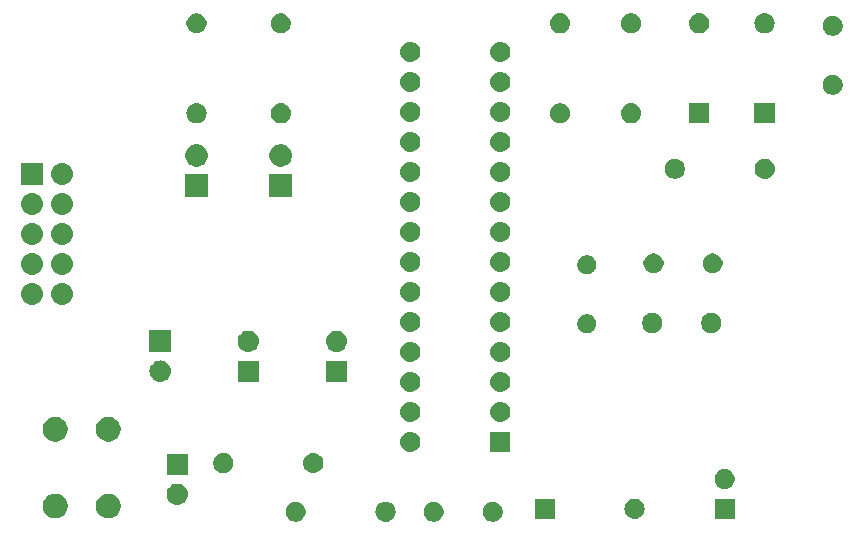
<source format=gbr>
G04 #@! TF.GenerationSoftware,KiCad,Pcbnew,5.1.4-3.fc30*
G04 #@! TF.CreationDate,2019-09-17T14:14:00+02:00*
G04 #@! TF.ProjectId,usbasp,75736261-7370-42e6-9b69-6361645f7063,2.0*
G04 #@! TF.SameCoordinates,Original*
G04 #@! TF.FileFunction,Soldermask,Bot*
G04 #@! TF.FilePolarity,Negative*
%FSLAX46Y46*%
G04 Gerber Fmt 4.6, Leading zero omitted, Abs format (unit mm)*
G04 Created by KiCad (PCBNEW 5.1.4-3.fc30) date 2019-09-17 14:14:00*
%MOMM*%
%LPD*%
G04 APERTURE LIST*
%ADD10C,0.100000*%
G04 APERTURE END LIST*
D10*
G36*
X92648223Y-109541313D02*
G01*
X92808642Y-109589976D01*
X92875761Y-109625852D01*
X92956478Y-109668996D01*
X93086059Y-109775341D01*
X93192404Y-109904922D01*
X93192405Y-109904924D01*
X93271424Y-110052758D01*
X93320087Y-110213177D01*
X93336517Y-110380000D01*
X93320087Y-110546823D01*
X93271424Y-110707242D01*
X93230877Y-110783100D01*
X93192404Y-110855078D01*
X93086059Y-110984659D01*
X92956478Y-111091004D01*
X92956476Y-111091005D01*
X92808642Y-111170024D01*
X92648223Y-111218687D01*
X92523204Y-111231000D01*
X92439596Y-111231000D01*
X92314577Y-111218687D01*
X92154158Y-111170024D01*
X92006324Y-111091005D01*
X92006322Y-111091004D01*
X91876741Y-110984659D01*
X91770396Y-110855078D01*
X91731923Y-110783100D01*
X91691376Y-110707242D01*
X91642713Y-110546823D01*
X91626283Y-110380000D01*
X91642713Y-110213177D01*
X91691376Y-110052758D01*
X91770395Y-109904924D01*
X91770396Y-109904922D01*
X91876741Y-109775341D01*
X92006322Y-109668996D01*
X92087039Y-109625852D01*
X92154158Y-109589976D01*
X92314577Y-109541313D01*
X92439596Y-109529000D01*
X92523204Y-109529000D01*
X92648223Y-109541313D01*
X92648223Y-109541313D01*
G37*
G36*
X96793228Y-109561703D02*
G01*
X96948100Y-109625853D01*
X97087481Y-109718985D01*
X97206015Y-109837519D01*
X97299147Y-109976900D01*
X97363297Y-110131772D01*
X97396000Y-110296184D01*
X97396000Y-110463816D01*
X97363297Y-110628228D01*
X97299147Y-110783100D01*
X97206015Y-110922481D01*
X97087481Y-111041015D01*
X96948100Y-111134147D01*
X96793228Y-111198297D01*
X96628816Y-111231000D01*
X96461184Y-111231000D01*
X96296772Y-111198297D01*
X96141900Y-111134147D01*
X96002519Y-111041015D01*
X95883985Y-110922481D01*
X95790853Y-110783100D01*
X95726703Y-110628228D01*
X95694000Y-110463816D01*
X95694000Y-110296184D01*
X95726703Y-110131772D01*
X95790853Y-109976900D01*
X95883985Y-109837519D01*
X96002519Y-109718985D01*
X96141900Y-109625853D01*
X96296772Y-109561703D01*
X96461184Y-109529000D01*
X96628816Y-109529000D01*
X96793228Y-109561703D01*
X96793228Y-109561703D01*
G37*
G36*
X101793228Y-109561703D02*
G01*
X101948100Y-109625853D01*
X102087481Y-109718985D01*
X102206015Y-109837519D01*
X102299147Y-109976900D01*
X102363297Y-110131772D01*
X102396000Y-110296184D01*
X102396000Y-110463816D01*
X102363297Y-110628228D01*
X102299147Y-110783100D01*
X102206015Y-110922481D01*
X102087481Y-111041015D01*
X101948100Y-111134147D01*
X101793228Y-111198297D01*
X101628816Y-111231000D01*
X101461184Y-111231000D01*
X101296772Y-111198297D01*
X101141900Y-111134147D01*
X101002519Y-111041015D01*
X100883985Y-110922481D01*
X100790853Y-110783100D01*
X100726703Y-110628228D01*
X100694000Y-110463816D01*
X100694000Y-110296184D01*
X100726703Y-110131772D01*
X100790853Y-109976900D01*
X100883985Y-109837519D01*
X101002519Y-109718985D01*
X101141900Y-109625853D01*
X101296772Y-109561703D01*
X101461184Y-109529000D01*
X101628816Y-109529000D01*
X101793228Y-109561703D01*
X101793228Y-109561703D01*
G37*
G36*
X85109628Y-109561703D02*
G01*
X85264500Y-109625853D01*
X85403881Y-109718985D01*
X85522415Y-109837519D01*
X85615547Y-109976900D01*
X85679697Y-110131772D01*
X85712400Y-110296184D01*
X85712400Y-110463816D01*
X85679697Y-110628228D01*
X85615547Y-110783100D01*
X85522415Y-110922481D01*
X85403881Y-111041015D01*
X85264500Y-111134147D01*
X85109628Y-111198297D01*
X84945216Y-111231000D01*
X84777584Y-111231000D01*
X84613172Y-111198297D01*
X84458300Y-111134147D01*
X84318919Y-111041015D01*
X84200385Y-110922481D01*
X84107253Y-110783100D01*
X84043103Y-110628228D01*
X84010400Y-110463816D01*
X84010400Y-110296184D01*
X84043103Y-110131772D01*
X84107253Y-109976900D01*
X84200385Y-109837519D01*
X84318919Y-109718985D01*
X84458300Y-109625853D01*
X84613172Y-109561703D01*
X84777584Y-109529000D01*
X84945216Y-109529000D01*
X85109628Y-109561703D01*
X85109628Y-109561703D01*
G37*
G36*
X122034000Y-110981000D02*
G01*
X120332000Y-110981000D01*
X120332000Y-109279000D01*
X122034000Y-109279000D01*
X122034000Y-110981000D01*
X122034000Y-110981000D01*
G37*
G36*
X106794000Y-110981000D02*
G01*
X105092000Y-110981000D01*
X105092000Y-109279000D01*
X106794000Y-109279000D01*
X106794000Y-110981000D01*
X106794000Y-110981000D01*
G37*
G36*
X113729823Y-109291313D02*
G01*
X113890242Y-109339976D01*
X114015944Y-109407165D01*
X114038078Y-109418996D01*
X114167659Y-109525341D01*
X114274004Y-109654922D01*
X114274005Y-109654924D01*
X114353024Y-109802758D01*
X114401687Y-109963177D01*
X114418117Y-110130000D01*
X114401687Y-110296823D01*
X114353024Y-110457242D01*
X114349510Y-110463816D01*
X114274004Y-110605078D01*
X114167659Y-110734659D01*
X114038078Y-110841004D01*
X114038076Y-110841005D01*
X113890242Y-110920024D01*
X113890239Y-110920025D01*
X113860380Y-110929083D01*
X113729823Y-110968687D01*
X113604804Y-110981000D01*
X113521196Y-110981000D01*
X113396177Y-110968687D01*
X113265620Y-110929083D01*
X113235761Y-110920025D01*
X113235758Y-110920024D01*
X113087924Y-110841005D01*
X113087922Y-110841004D01*
X112958341Y-110734659D01*
X112851996Y-110605078D01*
X112776490Y-110463816D01*
X112772976Y-110457242D01*
X112724313Y-110296823D01*
X112707883Y-110130000D01*
X112724313Y-109963177D01*
X112772976Y-109802758D01*
X112851995Y-109654924D01*
X112851996Y-109654922D01*
X112958341Y-109525341D01*
X113087922Y-109418996D01*
X113110056Y-109407165D01*
X113235758Y-109339976D01*
X113396177Y-109291313D01*
X113521196Y-109279000D01*
X113604804Y-109279000D01*
X113729823Y-109291313D01*
X113729823Y-109291313D01*
G37*
G36*
X64822564Y-108894389D02*
G01*
X65013833Y-108973615D01*
X65013835Y-108973616D01*
X65185973Y-109088635D01*
X65332365Y-109235027D01*
X65447385Y-109407167D01*
X65526611Y-109598436D01*
X65567000Y-109801484D01*
X65567000Y-110008516D01*
X65526611Y-110211564D01*
X65447385Y-110402833D01*
X65447384Y-110402835D01*
X65332365Y-110574973D01*
X65185973Y-110721365D01*
X65013835Y-110836384D01*
X65013834Y-110836385D01*
X65013833Y-110836385D01*
X64822564Y-110915611D01*
X64619516Y-110956000D01*
X64412484Y-110956000D01*
X64209436Y-110915611D01*
X64018167Y-110836385D01*
X64018166Y-110836385D01*
X64018165Y-110836384D01*
X63846027Y-110721365D01*
X63699635Y-110574973D01*
X63584616Y-110402835D01*
X63584615Y-110402833D01*
X63505389Y-110211564D01*
X63465000Y-110008516D01*
X63465000Y-109801484D01*
X63505389Y-109598436D01*
X63584615Y-109407167D01*
X63699635Y-109235027D01*
X63846027Y-109088635D01*
X64018165Y-108973616D01*
X64018167Y-108973615D01*
X64209436Y-108894389D01*
X64412484Y-108854000D01*
X64619516Y-108854000D01*
X64822564Y-108894389D01*
X64822564Y-108894389D01*
G37*
G36*
X69322564Y-108894389D02*
G01*
X69513833Y-108973615D01*
X69513835Y-108973616D01*
X69685973Y-109088635D01*
X69832365Y-109235027D01*
X69947385Y-109407167D01*
X70026611Y-109598436D01*
X70067000Y-109801484D01*
X70067000Y-110008516D01*
X70026611Y-110211564D01*
X69947385Y-110402833D01*
X69947384Y-110402835D01*
X69832365Y-110574973D01*
X69685973Y-110721365D01*
X69513835Y-110836384D01*
X69513834Y-110836385D01*
X69513833Y-110836385D01*
X69322564Y-110915611D01*
X69119516Y-110956000D01*
X68912484Y-110956000D01*
X68709436Y-110915611D01*
X68518167Y-110836385D01*
X68518166Y-110836385D01*
X68518165Y-110836384D01*
X68346027Y-110721365D01*
X68199635Y-110574973D01*
X68084616Y-110402835D01*
X68084615Y-110402833D01*
X68005389Y-110211564D01*
X67965000Y-110008516D01*
X67965000Y-109801484D01*
X68005389Y-109598436D01*
X68084615Y-109407167D01*
X68199635Y-109235027D01*
X68346027Y-109088635D01*
X68518165Y-108973616D01*
X68518167Y-108973615D01*
X68709436Y-108894389D01*
X68912484Y-108854000D01*
X69119516Y-108854000D01*
X69322564Y-108894389D01*
X69322564Y-108894389D01*
G37*
G36*
X74964242Y-108020518D02*
G01*
X75030427Y-108027037D01*
X75200266Y-108078557D01*
X75356791Y-108162222D01*
X75392529Y-108191552D01*
X75493986Y-108274814D01*
X75577248Y-108376271D01*
X75606578Y-108412009D01*
X75690243Y-108568534D01*
X75741763Y-108738373D01*
X75759159Y-108915000D01*
X75741763Y-109091627D01*
X75690243Y-109261466D01*
X75606578Y-109417991D01*
X75605753Y-109418996D01*
X75493986Y-109555186D01*
X75392529Y-109638448D01*
X75356791Y-109667778D01*
X75200266Y-109751443D01*
X75030427Y-109802963D01*
X74964242Y-109809482D01*
X74898060Y-109816000D01*
X74809540Y-109816000D01*
X74743358Y-109809482D01*
X74677173Y-109802963D01*
X74507334Y-109751443D01*
X74350809Y-109667778D01*
X74315071Y-109638448D01*
X74213614Y-109555186D01*
X74101847Y-109418996D01*
X74101022Y-109417991D01*
X74017357Y-109261466D01*
X73965837Y-109091627D01*
X73948441Y-108915000D01*
X73965837Y-108738373D01*
X74017357Y-108568534D01*
X74101022Y-108412009D01*
X74130352Y-108376271D01*
X74213614Y-108274814D01*
X74315071Y-108191552D01*
X74350809Y-108162222D01*
X74507334Y-108078557D01*
X74677173Y-108027037D01*
X74743358Y-108020518D01*
X74809540Y-108014000D01*
X74898060Y-108014000D01*
X74964242Y-108020518D01*
X74964242Y-108020518D01*
G37*
G36*
X121431228Y-106811703D02*
G01*
X121586100Y-106875853D01*
X121725481Y-106968985D01*
X121844015Y-107087519D01*
X121937147Y-107226900D01*
X122001297Y-107381772D01*
X122034000Y-107546184D01*
X122034000Y-107713816D01*
X122001297Y-107878228D01*
X121937147Y-108033100D01*
X121844015Y-108172481D01*
X121725481Y-108291015D01*
X121586100Y-108384147D01*
X121431228Y-108448297D01*
X121266816Y-108481000D01*
X121099184Y-108481000D01*
X120934772Y-108448297D01*
X120779900Y-108384147D01*
X120640519Y-108291015D01*
X120521985Y-108172481D01*
X120428853Y-108033100D01*
X120364703Y-107878228D01*
X120332000Y-107713816D01*
X120332000Y-107546184D01*
X120364703Y-107381772D01*
X120428853Y-107226900D01*
X120521985Y-107087519D01*
X120640519Y-106968985D01*
X120779900Y-106875853D01*
X120934772Y-106811703D01*
X121099184Y-106779000D01*
X121266816Y-106779000D01*
X121431228Y-106811703D01*
X121431228Y-106811703D01*
G37*
G36*
X75754800Y-107276000D02*
G01*
X73952800Y-107276000D01*
X73952800Y-105474000D01*
X75754800Y-105474000D01*
X75754800Y-107276000D01*
X75754800Y-107276000D01*
G37*
G36*
X86526823Y-105422313D02*
G01*
X86687242Y-105470976D01*
X86754361Y-105506852D01*
X86835078Y-105549996D01*
X86964659Y-105656341D01*
X87071004Y-105785922D01*
X87071005Y-105785924D01*
X87150024Y-105933758D01*
X87198687Y-106094177D01*
X87215117Y-106261000D01*
X87198687Y-106427823D01*
X87150024Y-106588242D01*
X87109477Y-106664100D01*
X87071004Y-106736078D01*
X86964659Y-106865659D01*
X86835078Y-106972004D01*
X86835076Y-106972005D01*
X86687242Y-107051024D01*
X86526823Y-107099687D01*
X86401804Y-107112000D01*
X86318196Y-107112000D01*
X86193177Y-107099687D01*
X86032758Y-107051024D01*
X85884924Y-106972005D01*
X85884922Y-106972004D01*
X85755341Y-106865659D01*
X85648996Y-106736078D01*
X85610523Y-106664100D01*
X85569976Y-106588242D01*
X85521313Y-106427823D01*
X85504883Y-106261000D01*
X85521313Y-106094177D01*
X85569976Y-105933758D01*
X85648995Y-105785924D01*
X85648996Y-105785922D01*
X85755341Y-105656341D01*
X85884922Y-105549996D01*
X85965639Y-105506852D01*
X86032758Y-105470976D01*
X86193177Y-105422313D01*
X86318196Y-105410000D01*
X86401804Y-105410000D01*
X86526823Y-105422313D01*
X86526823Y-105422313D01*
G37*
G36*
X78988228Y-105442703D02*
G01*
X79143100Y-105506853D01*
X79282481Y-105599985D01*
X79401015Y-105718519D01*
X79494147Y-105857900D01*
X79558297Y-106012772D01*
X79591000Y-106177184D01*
X79591000Y-106344816D01*
X79558297Y-106509228D01*
X79494147Y-106664100D01*
X79401015Y-106803481D01*
X79282481Y-106922015D01*
X79143100Y-107015147D01*
X78988228Y-107079297D01*
X78823816Y-107112000D01*
X78656184Y-107112000D01*
X78491772Y-107079297D01*
X78336900Y-107015147D01*
X78197519Y-106922015D01*
X78078985Y-106803481D01*
X77985853Y-106664100D01*
X77921703Y-106509228D01*
X77889000Y-106344816D01*
X77889000Y-106177184D01*
X77921703Y-106012772D01*
X77985853Y-105857900D01*
X78078985Y-105718519D01*
X78197519Y-105599985D01*
X78336900Y-105506853D01*
X78491772Y-105442703D01*
X78656184Y-105410000D01*
X78823816Y-105410000D01*
X78988228Y-105442703D01*
X78988228Y-105442703D01*
G37*
G36*
X103050000Y-105326000D02*
G01*
X101348000Y-105326000D01*
X101348000Y-103624000D01*
X103050000Y-103624000D01*
X103050000Y-105326000D01*
X103050000Y-105326000D01*
G37*
G36*
X94745823Y-103636313D02*
G01*
X94906242Y-103684976D01*
X94955986Y-103711565D01*
X95054078Y-103763996D01*
X95183659Y-103870341D01*
X95290004Y-103999922D01*
X95290005Y-103999924D01*
X95369024Y-104147758D01*
X95417687Y-104308177D01*
X95434117Y-104475000D01*
X95417687Y-104641823D01*
X95369024Y-104802242D01*
X95298114Y-104934906D01*
X95290004Y-104950078D01*
X95183659Y-105079659D01*
X95054078Y-105186004D01*
X95054076Y-105186005D01*
X94906242Y-105265024D01*
X94745823Y-105313687D01*
X94620804Y-105326000D01*
X94537196Y-105326000D01*
X94412177Y-105313687D01*
X94251758Y-105265024D01*
X94103924Y-105186005D01*
X94103922Y-105186004D01*
X93974341Y-105079659D01*
X93867996Y-104950078D01*
X93859886Y-104934906D01*
X93788976Y-104802242D01*
X93740313Y-104641823D01*
X93723883Y-104475000D01*
X93740313Y-104308177D01*
X93788976Y-104147758D01*
X93867995Y-103999924D01*
X93867996Y-103999922D01*
X93974341Y-103870341D01*
X94103922Y-103763996D01*
X94202014Y-103711565D01*
X94251758Y-103684976D01*
X94412177Y-103636313D01*
X94537196Y-103624000D01*
X94620804Y-103624000D01*
X94745823Y-103636313D01*
X94745823Y-103636313D01*
G37*
G36*
X64822564Y-102394389D02*
G01*
X65013833Y-102473615D01*
X65013835Y-102473616D01*
X65112675Y-102539659D01*
X65185973Y-102588635D01*
X65332365Y-102735027D01*
X65447385Y-102907167D01*
X65526611Y-103098436D01*
X65567000Y-103301484D01*
X65567000Y-103508516D01*
X65526611Y-103711564D01*
X65447385Y-103902833D01*
X65447384Y-103902835D01*
X65332365Y-104074973D01*
X65185973Y-104221365D01*
X65013835Y-104336384D01*
X65013834Y-104336385D01*
X65013833Y-104336385D01*
X64822564Y-104415611D01*
X64619516Y-104456000D01*
X64412484Y-104456000D01*
X64209436Y-104415611D01*
X64018167Y-104336385D01*
X64018166Y-104336385D01*
X64018165Y-104336384D01*
X63846027Y-104221365D01*
X63699635Y-104074973D01*
X63584616Y-103902835D01*
X63584615Y-103902833D01*
X63505389Y-103711564D01*
X63465000Y-103508516D01*
X63465000Y-103301484D01*
X63505389Y-103098436D01*
X63584615Y-102907167D01*
X63699635Y-102735027D01*
X63846027Y-102588635D01*
X63919325Y-102539659D01*
X64018165Y-102473616D01*
X64018167Y-102473615D01*
X64209436Y-102394389D01*
X64412484Y-102354000D01*
X64619516Y-102354000D01*
X64822564Y-102394389D01*
X64822564Y-102394389D01*
G37*
G36*
X69322564Y-102394389D02*
G01*
X69513833Y-102473615D01*
X69513835Y-102473616D01*
X69612675Y-102539659D01*
X69685973Y-102588635D01*
X69832365Y-102735027D01*
X69947385Y-102907167D01*
X70026611Y-103098436D01*
X70067000Y-103301484D01*
X70067000Y-103508516D01*
X70026611Y-103711564D01*
X69947385Y-103902833D01*
X69947384Y-103902835D01*
X69832365Y-104074973D01*
X69685973Y-104221365D01*
X69513835Y-104336384D01*
X69513834Y-104336385D01*
X69513833Y-104336385D01*
X69322564Y-104415611D01*
X69119516Y-104456000D01*
X68912484Y-104456000D01*
X68709436Y-104415611D01*
X68518167Y-104336385D01*
X68518166Y-104336385D01*
X68518165Y-104336384D01*
X68346027Y-104221365D01*
X68199635Y-104074973D01*
X68084616Y-103902835D01*
X68084615Y-103902833D01*
X68005389Y-103711564D01*
X67965000Y-103508516D01*
X67965000Y-103301484D01*
X68005389Y-103098436D01*
X68084615Y-102907167D01*
X68199635Y-102735027D01*
X68346027Y-102588635D01*
X68419325Y-102539659D01*
X68518165Y-102473616D01*
X68518167Y-102473615D01*
X68709436Y-102394389D01*
X68912484Y-102354000D01*
X69119516Y-102354000D01*
X69322564Y-102394389D01*
X69322564Y-102394389D01*
G37*
G36*
X102365823Y-101096313D02*
G01*
X102526242Y-101144976D01*
X102658906Y-101215886D01*
X102674078Y-101223996D01*
X102803659Y-101330341D01*
X102910004Y-101459922D01*
X102910005Y-101459924D01*
X102989024Y-101607758D01*
X103037687Y-101768177D01*
X103054117Y-101935000D01*
X103037687Y-102101823D01*
X102989024Y-102262242D01*
X102939978Y-102354000D01*
X102910004Y-102410078D01*
X102803659Y-102539659D01*
X102674078Y-102646004D01*
X102674076Y-102646005D01*
X102526242Y-102725024D01*
X102365823Y-102773687D01*
X102240804Y-102786000D01*
X102157196Y-102786000D01*
X102032177Y-102773687D01*
X101871758Y-102725024D01*
X101723924Y-102646005D01*
X101723922Y-102646004D01*
X101594341Y-102539659D01*
X101487996Y-102410078D01*
X101458022Y-102354000D01*
X101408976Y-102262242D01*
X101360313Y-102101823D01*
X101343883Y-101935000D01*
X101360313Y-101768177D01*
X101408976Y-101607758D01*
X101487995Y-101459924D01*
X101487996Y-101459922D01*
X101594341Y-101330341D01*
X101723922Y-101223996D01*
X101739094Y-101215886D01*
X101871758Y-101144976D01*
X102032177Y-101096313D01*
X102157196Y-101084000D01*
X102240804Y-101084000D01*
X102365823Y-101096313D01*
X102365823Y-101096313D01*
G37*
G36*
X94745823Y-101096313D02*
G01*
X94906242Y-101144976D01*
X95038906Y-101215886D01*
X95054078Y-101223996D01*
X95183659Y-101330341D01*
X95290004Y-101459922D01*
X95290005Y-101459924D01*
X95369024Y-101607758D01*
X95417687Y-101768177D01*
X95434117Y-101935000D01*
X95417687Y-102101823D01*
X95369024Y-102262242D01*
X95319978Y-102354000D01*
X95290004Y-102410078D01*
X95183659Y-102539659D01*
X95054078Y-102646004D01*
X95054076Y-102646005D01*
X94906242Y-102725024D01*
X94745823Y-102773687D01*
X94620804Y-102786000D01*
X94537196Y-102786000D01*
X94412177Y-102773687D01*
X94251758Y-102725024D01*
X94103924Y-102646005D01*
X94103922Y-102646004D01*
X93974341Y-102539659D01*
X93867996Y-102410078D01*
X93838022Y-102354000D01*
X93788976Y-102262242D01*
X93740313Y-102101823D01*
X93723883Y-101935000D01*
X93740313Y-101768177D01*
X93788976Y-101607758D01*
X93867995Y-101459924D01*
X93867996Y-101459922D01*
X93974341Y-101330341D01*
X94103922Y-101223996D01*
X94119094Y-101215886D01*
X94251758Y-101144976D01*
X94412177Y-101096313D01*
X94537196Y-101084000D01*
X94620804Y-101084000D01*
X94745823Y-101096313D01*
X94745823Y-101096313D01*
G37*
G36*
X102365823Y-98556313D02*
G01*
X102526242Y-98604976D01*
X102634286Y-98662727D01*
X102674078Y-98683996D01*
X102803659Y-98790341D01*
X102910004Y-98919922D01*
X102910005Y-98919924D01*
X102989024Y-99067758D01*
X103037687Y-99228177D01*
X103054117Y-99395000D01*
X103037687Y-99561823D01*
X102989024Y-99722242D01*
X102918114Y-99854906D01*
X102910004Y-99870078D01*
X102803659Y-99999659D01*
X102674078Y-100106004D01*
X102674076Y-100106005D01*
X102526242Y-100185024D01*
X102365823Y-100233687D01*
X102240804Y-100246000D01*
X102157196Y-100246000D01*
X102032177Y-100233687D01*
X101871758Y-100185024D01*
X101723924Y-100106005D01*
X101723922Y-100106004D01*
X101594341Y-99999659D01*
X101487996Y-99870078D01*
X101479886Y-99854906D01*
X101408976Y-99722242D01*
X101360313Y-99561823D01*
X101343883Y-99395000D01*
X101360313Y-99228177D01*
X101408976Y-99067758D01*
X101487995Y-98919924D01*
X101487996Y-98919922D01*
X101594341Y-98790341D01*
X101723922Y-98683996D01*
X101763714Y-98662727D01*
X101871758Y-98604976D01*
X102032177Y-98556313D01*
X102157196Y-98544000D01*
X102240804Y-98544000D01*
X102365823Y-98556313D01*
X102365823Y-98556313D01*
G37*
G36*
X94745823Y-98556313D02*
G01*
X94906242Y-98604976D01*
X95014286Y-98662727D01*
X95054078Y-98683996D01*
X95183659Y-98790341D01*
X95290004Y-98919922D01*
X95290005Y-98919924D01*
X95369024Y-99067758D01*
X95417687Y-99228177D01*
X95434117Y-99395000D01*
X95417687Y-99561823D01*
X95369024Y-99722242D01*
X95298114Y-99854906D01*
X95290004Y-99870078D01*
X95183659Y-99999659D01*
X95054078Y-100106004D01*
X95054076Y-100106005D01*
X94906242Y-100185024D01*
X94745823Y-100233687D01*
X94620804Y-100246000D01*
X94537196Y-100246000D01*
X94412177Y-100233687D01*
X94251758Y-100185024D01*
X94103924Y-100106005D01*
X94103922Y-100106004D01*
X93974341Y-99999659D01*
X93867996Y-99870078D01*
X93859886Y-99854906D01*
X93788976Y-99722242D01*
X93740313Y-99561823D01*
X93723883Y-99395000D01*
X93740313Y-99228177D01*
X93788976Y-99067758D01*
X93867995Y-98919924D01*
X93867996Y-98919922D01*
X93974341Y-98790341D01*
X94103922Y-98683996D01*
X94143714Y-98662727D01*
X94251758Y-98604976D01*
X94412177Y-98556313D01*
X94537196Y-98544000D01*
X94620804Y-98544000D01*
X94745823Y-98556313D01*
X94745823Y-98556313D01*
G37*
G36*
X89232000Y-99397100D02*
G01*
X87430000Y-99397100D01*
X87430000Y-97595100D01*
X89232000Y-97595100D01*
X89232000Y-99397100D01*
X89232000Y-99397100D01*
G37*
G36*
X81764100Y-99397100D02*
G01*
X79962100Y-99397100D01*
X79962100Y-97595100D01*
X81764100Y-97595100D01*
X81764100Y-99397100D01*
X81764100Y-99397100D01*
G37*
G36*
X73505543Y-97591619D02*
G01*
X73571727Y-97598137D01*
X73741566Y-97649657D01*
X73898091Y-97733322D01*
X73933829Y-97762652D01*
X74035286Y-97845914D01*
X74118548Y-97947371D01*
X74147878Y-97983109D01*
X74231543Y-98139634D01*
X74283063Y-98309473D01*
X74300459Y-98486100D01*
X74283063Y-98662727D01*
X74231543Y-98832566D01*
X74147878Y-98989091D01*
X74118548Y-99024829D01*
X74035286Y-99126286D01*
X73933829Y-99209548D01*
X73898091Y-99238878D01*
X73741566Y-99322543D01*
X73571727Y-99374063D01*
X73505542Y-99380582D01*
X73439360Y-99387100D01*
X73350840Y-99387100D01*
X73284657Y-99380581D01*
X73218473Y-99374063D01*
X73048634Y-99322543D01*
X72892109Y-99238878D01*
X72856371Y-99209548D01*
X72754914Y-99126286D01*
X72671652Y-99024829D01*
X72642322Y-98989091D01*
X72558657Y-98832566D01*
X72507137Y-98662727D01*
X72489741Y-98486100D01*
X72507137Y-98309473D01*
X72558657Y-98139634D01*
X72642322Y-97983109D01*
X72671652Y-97947371D01*
X72754914Y-97845914D01*
X72856371Y-97762652D01*
X72892109Y-97733322D01*
X73048634Y-97649657D01*
X73218473Y-97598137D01*
X73284657Y-97591619D01*
X73350840Y-97585100D01*
X73439360Y-97585100D01*
X73505543Y-97591619D01*
X73505543Y-97591619D01*
G37*
G36*
X102365823Y-96016313D02*
G01*
X102526242Y-96064976D01*
X102652991Y-96132725D01*
X102674078Y-96143996D01*
X102803659Y-96250341D01*
X102910004Y-96379922D01*
X102910005Y-96379924D01*
X102989024Y-96527758D01*
X103037687Y-96688177D01*
X103054117Y-96855000D01*
X103037687Y-97021823D01*
X102989024Y-97182242D01*
X102918114Y-97314906D01*
X102910004Y-97330078D01*
X102803659Y-97459659D01*
X102674078Y-97566004D01*
X102674076Y-97566005D01*
X102526242Y-97645024D01*
X102365823Y-97693687D01*
X102240804Y-97706000D01*
X102157196Y-97706000D01*
X102032177Y-97693687D01*
X101871758Y-97645024D01*
X101723924Y-97566005D01*
X101723922Y-97566004D01*
X101594341Y-97459659D01*
X101487996Y-97330078D01*
X101479886Y-97314906D01*
X101408976Y-97182242D01*
X101360313Y-97021823D01*
X101343883Y-96855000D01*
X101360313Y-96688177D01*
X101408976Y-96527758D01*
X101487995Y-96379924D01*
X101487996Y-96379922D01*
X101594341Y-96250341D01*
X101723922Y-96143996D01*
X101745009Y-96132725D01*
X101871758Y-96064976D01*
X102032177Y-96016313D01*
X102157196Y-96004000D01*
X102240804Y-96004000D01*
X102365823Y-96016313D01*
X102365823Y-96016313D01*
G37*
G36*
X94745823Y-96016313D02*
G01*
X94906242Y-96064976D01*
X95032991Y-96132725D01*
X95054078Y-96143996D01*
X95183659Y-96250341D01*
X95290004Y-96379922D01*
X95290005Y-96379924D01*
X95369024Y-96527758D01*
X95417687Y-96688177D01*
X95434117Y-96855000D01*
X95417687Y-97021823D01*
X95369024Y-97182242D01*
X95298114Y-97314906D01*
X95290004Y-97330078D01*
X95183659Y-97459659D01*
X95054078Y-97566004D01*
X95054076Y-97566005D01*
X94906242Y-97645024D01*
X94745823Y-97693687D01*
X94620804Y-97706000D01*
X94537196Y-97706000D01*
X94412177Y-97693687D01*
X94251758Y-97645024D01*
X94103924Y-97566005D01*
X94103922Y-97566004D01*
X93974341Y-97459659D01*
X93867996Y-97330078D01*
X93859886Y-97314906D01*
X93788976Y-97182242D01*
X93740313Y-97021823D01*
X93723883Y-96855000D01*
X93740313Y-96688177D01*
X93788976Y-96527758D01*
X93867995Y-96379924D01*
X93867996Y-96379922D01*
X93974341Y-96250341D01*
X94103922Y-96143996D01*
X94125009Y-96132725D01*
X94251758Y-96064976D01*
X94412177Y-96016313D01*
X94537196Y-96004000D01*
X94620804Y-96004000D01*
X94745823Y-96016313D01*
X94745823Y-96016313D01*
G37*
G36*
X88441442Y-95061618D02*
G01*
X88507627Y-95068137D01*
X88677466Y-95119657D01*
X88833991Y-95203322D01*
X88869729Y-95232652D01*
X88971186Y-95315914D01*
X89054448Y-95417371D01*
X89083778Y-95453109D01*
X89167443Y-95609634D01*
X89218963Y-95779473D01*
X89236359Y-95956100D01*
X89218963Y-96132727D01*
X89167443Y-96302566D01*
X89083778Y-96459091D01*
X89054448Y-96494829D01*
X88971186Y-96596286D01*
X88869729Y-96679548D01*
X88833991Y-96708878D01*
X88677466Y-96792543D01*
X88507627Y-96844063D01*
X88441443Y-96850581D01*
X88375260Y-96857100D01*
X88286740Y-96857100D01*
X88220557Y-96850581D01*
X88154373Y-96844063D01*
X87984534Y-96792543D01*
X87828009Y-96708878D01*
X87792271Y-96679548D01*
X87690814Y-96596286D01*
X87607552Y-96494829D01*
X87578222Y-96459091D01*
X87494557Y-96302566D01*
X87443037Y-96132727D01*
X87425641Y-95956100D01*
X87443037Y-95779473D01*
X87494557Y-95609634D01*
X87578222Y-95453109D01*
X87607552Y-95417371D01*
X87690814Y-95315914D01*
X87792271Y-95232652D01*
X87828009Y-95203322D01*
X87984534Y-95119657D01*
X88154373Y-95068137D01*
X88220558Y-95061618D01*
X88286740Y-95055100D01*
X88375260Y-95055100D01*
X88441442Y-95061618D01*
X88441442Y-95061618D01*
G37*
G36*
X80973542Y-95061618D02*
G01*
X81039727Y-95068137D01*
X81209566Y-95119657D01*
X81366091Y-95203322D01*
X81401829Y-95232652D01*
X81503286Y-95315914D01*
X81586548Y-95417371D01*
X81615878Y-95453109D01*
X81699543Y-95609634D01*
X81751063Y-95779473D01*
X81768459Y-95956100D01*
X81751063Y-96132727D01*
X81699543Y-96302566D01*
X81615878Y-96459091D01*
X81586548Y-96494829D01*
X81503286Y-96596286D01*
X81401829Y-96679548D01*
X81366091Y-96708878D01*
X81209566Y-96792543D01*
X81039727Y-96844063D01*
X80973543Y-96850581D01*
X80907360Y-96857100D01*
X80818840Y-96857100D01*
X80752657Y-96850581D01*
X80686473Y-96844063D01*
X80516634Y-96792543D01*
X80360109Y-96708878D01*
X80324371Y-96679548D01*
X80222914Y-96596286D01*
X80139652Y-96494829D01*
X80110322Y-96459091D01*
X80026657Y-96302566D01*
X79975137Y-96132727D01*
X79957741Y-95956100D01*
X79975137Y-95779473D01*
X80026657Y-95609634D01*
X80110322Y-95453109D01*
X80139652Y-95417371D01*
X80222914Y-95315914D01*
X80324371Y-95232652D01*
X80360109Y-95203322D01*
X80516634Y-95119657D01*
X80686473Y-95068137D01*
X80752658Y-95061618D01*
X80818840Y-95055100D01*
X80907360Y-95055100D01*
X80973542Y-95061618D01*
X80973542Y-95061618D01*
G37*
G36*
X74296100Y-96847100D02*
G01*
X72494100Y-96847100D01*
X72494100Y-95045100D01*
X74296100Y-95045100D01*
X74296100Y-96847100D01*
X74296100Y-96847100D01*
G37*
G36*
X109751642Y-93697481D02*
G01*
X109897414Y-93757862D01*
X109897416Y-93757863D01*
X110028608Y-93845522D01*
X110140178Y-93957092D01*
X110227837Y-94088284D01*
X110227838Y-94088286D01*
X110288219Y-94234058D01*
X110319000Y-94388807D01*
X110319000Y-94546593D01*
X110288219Y-94701342D01*
X110227838Y-94847114D01*
X110227837Y-94847116D01*
X110140178Y-94978308D01*
X110028608Y-95089878D01*
X109897416Y-95177537D01*
X109897415Y-95177538D01*
X109897414Y-95177538D01*
X109751642Y-95237919D01*
X109596893Y-95268700D01*
X109439107Y-95268700D01*
X109284358Y-95237919D01*
X109138586Y-95177538D01*
X109138585Y-95177538D01*
X109138584Y-95177537D01*
X109007392Y-95089878D01*
X108895822Y-94978308D01*
X108808163Y-94847116D01*
X108808162Y-94847114D01*
X108747781Y-94701342D01*
X108717000Y-94546593D01*
X108717000Y-94388807D01*
X108747781Y-94234058D01*
X108808162Y-94088286D01*
X108808163Y-94088284D01*
X108895822Y-93957092D01*
X109007392Y-93845522D01*
X109138584Y-93757863D01*
X109138586Y-93757862D01*
X109284358Y-93697481D01*
X109439107Y-93666700D01*
X109596893Y-93666700D01*
X109751642Y-93697481D01*
X109751642Y-93697481D01*
G37*
G36*
X120304228Y-93583303D02*
G01*
X120459100Y-93647453D01*
X120598481Y-93740585D01*
X120717015Y-93859119D01*
X120810147Y-93998500D01*
X120874297Y-94153372D01*
X120907000Y-94317784D01*
X120907000Y-94485416D01*
X120874297Y-94649828D01*
X120810147Y-94804700D01*
X120717015Y-94944081D01*
X120598481Y-95062615D01*
X120459100Y-95155747D01*
X120304228Y-95219897D01*
X120139816Y-95252600D01*
X119972184Y-95252600D01*
X119807772Y-95219897D01*
X119652900Y-95155747D01*
X119513519Y-95062615D01*
X119394985Y-94944081D01*
X119301853Y-94804700D01*
X119237703Y-94649828D01*
X119205000Y-94485416D01*
X119205000Y-94317784D01*
X119237703Y-94153372D01*
X119301853Y-93998500D01*
X119394985Y-93859119D01*
X119513519Y-93740585D01*
X119652900Y-93647453D01*
X119807772Y-93583303D01*
X119972184Y-93550600D01*
X120139816Y-93550600D01*
X120304228Y-93583303D01*
X120304228Y-93583303D01*
G37*
G36*
X115304228Y-93583303D02*
G01*
X115459100Y-93647453D01*
X115598481Y-93740585D01*
X115717015Y-93859119D01*
X115810147Y-93998500D01*
X115874297Y-94153372D01*
X115907000Y-94317784D01*
X115907000Y-94485416D01*
X115874297Y-94649828D01*
X115810147Y-94804700D01*
X115717015Y-94944081D01*
X115598481Y-95062615D01*
X115459100Y-95155747D01*
X115304228Y-95219897D01*
X115139816Y-95252600D01*
X114972184Y-95252600D01*
X114807772Y-95219897D01*
X114652900Y-95155747D01*
X114513519Y-95062615D01*
X114394985Y-94944081D01*
X114301853Y-94804700D01*
X114237703Y-94649828D01*
X114205000Y-94485416D01*
X114205000Y-94317784D01*
X114237703Y-94153372D01*
X114301853Y-93998500D01*
X114394985Y-93859119D01*
X114513519Y-93740585D01*
X114652900Y-93647453D01*
X114807772Y-93583303D01*
X114972184Y-93550600D01*
X115139816Y-93550600D01*
X115304228Y-93583303D01*
X115304228Y-93583303D01*
G37*
G36*
X102365823Y-93476313D02*
G01*
X102526242Y-93524976D01*
X102635364Y-93583303D01*
X102674078Y-93603996D01*
X102803659Y-93710341D01*
X102910004Y-93839922D01*
X102910005Y-93839924D01*
X102989024Y-93987758D01*
X102989025Y-93987761D01*
X102998083Y-94017620D01*
X103037687Y-94148177D01*
X103054117Y-94315000D01*
X103037687Y-94481823D01*
X102989024Y-94642242D01*
X102918114Y-94774906D01*
X102910004Y-94790078D01*
X102803659Y-94919659D01*
X102674078Y-95026004D01*
X102674076Y-95026005D01*
X102526242Y-95105024D01*
X102365823Y-95153687D01*
X102240804Y-95166000D01*
X102157196Y-95166000D01*
X102032177Y-95153687D01*
X101871758Y-95105024D01*
X101723924Y-95026005D01*
X101723922Y-95026004D01*
X101594341Y-94919659D01*
X101487996Y-94790078D01*
X101479886Y-94774906D01*
X101408976Y-94642242D01*
X101360313Y-94481823D01*
X101343883Y-94315000D01*
X101360313Y-94148177D01*
X101399917Y-94017620D01*
X101408975Y-93987761D01*
X101408976Y-93987758D01*
X101487995Y-93839924D01*
X101487996Y-93839922D01*
X101594341Y-93710341D01*
X101723922Y-93603996D01*
X101762636Y-93583303D01*
X101871758Y-93524976D01*
X102032177Y-93476313D01*
X102157196Y-93464000D01*
X102240804Y-93464000D01*
X102365823Y-93476313D01*
X102365823Y-93476313D01*
G37*
G36*
X94745823Y-93476313D02*
G01*
X94906242Y-93524976D01*
X95015364Y-93583303D01*
X95054078Y-93603996D01*
X95183659Y-93710341D01*
X95290004Y-93839922D01*
X95290005Y-93839924D01*
X95369024Y-93987758D01*
X95369025Y-93987761D01*
X95378083Y-94017620D01*
X95417687Y-94148177D01*
X95434117Y-94315000D01*
X95417687Y-94481823D01*
X95369024Y-94642242D01*
X95298114Y-94774906D01*
X95290004Y-94790078D01*
X95183659Y-94919659D01*
X95054078Y-95026004D01*
X95054076Y-95026005D01*
X94906242Y-95105024D01*
X94745823Y-95153687D01*
X94620804Y-95166000D01*
X94537196Y-95166000D01*
X94412177Y-95153687D01*
X94251758Y-95105024D01*
X94103924Y-95026005D01*
X94103922Y-95026004D01*
X93974341Y-94919659D01*
X93867996Y-94790078D01*
X93859886Y-94774906D01*
X93788976Y-94642242D01*
X93740313Y-94481823D01*
X93723883Y-94315000D01*
X93740313Y-94148177D01*
X93779917Y-94017620D01*
X93788975Y-93987761D01*
X93788976Y-93987758D01*
X93867995Y-93839924D01*
X93867996Y-93839922D01*
X93974341Y-93710341D01*
X94103922Y-93603996D01*
X94142636Y-93583303D01*
X94251758Y-93524976D01*
X94412177Y-93476313D01*
X94537196Y-93464000D01*
X94620804Y-93464000D01*
X94745823Y-93476313D01*
X94745823Y-93476313D01*
G37*
G36*
X62726794Y-91059333D02*
G01*
X62899195Y-91111631D01*
X63058083Y-91196558D01*
X63197349Y-91310851D01*
X63311642Y-91450117D01*
X63396569Y-91609005D01*
X63448867Y-91781406D01*
X63466525Y-91960700D01*
X63448867Y-92139994D01*
X63396569Y-92312395D01*
X63311642Y-92471283D01*
X63197349Y-92610549D01*
X63058083Y-92724842D01*
X62899195Y-92809769D01*
X62726794Y-92862067D01*
X62592431Y-92875300D01*
X62502569Y-92875300D01*
X62368206Y-92862067D01*
X62195805Y-92809769D01*
X62036917Y-92724842D01*
X61897651Y-92610549D01*
X61783358Y-92471283D01*
X61698431Y-92312395D01*
X61646133Y-92139994D01*
X61628475Y-91960700D01*
X61646133Y-91781406D01*
X61698431Y-91609005D01*
X61783358Y-91450117D01*
X61897651Y-91310851D01*
X62036917Y-91196558D01*
X62195805Y-91111631D01*
X62368206Y-91059333D01*
X62502569Y-91046100D01*
X62592431Y-91046100D01*
X62726794Y-91059333D01*
X62726794Y-91059333D01*
G37*
G36*
X65266794Y-91059333D02*
G01*
X65439195Y-91111631D01*
X65598083Y-91196558D01*
X65737349Y-91310851D01*
X65851642Y-91450117D01*
X65936569Y-91609005D01*
X65988867Y-91781406D01*
X66006525Y-91960700D01*
X65988867Y-92139994D01*
X65936569Y-92312395D01*
X65851642Y-92471283D01*
X65737349Y-92610549D01*
X65598083Y-92724842D01*
X65439195Y-92809769D01*
X65266794Y-92862067D01*
X65132431Y-92875300D01*
X65042569Y-92875300D01*
X64908206Y-92862067D01*
X64735805Y-92809769D01*
X64576917Y-92724842D01*
X64437651Y-92610549D01*
X64323358Y-92471283D01*
X64238431Y-92312395D01*
X64186133Y-92139994D01*
X64168475Y-91960700D01*
X64186133Y-91781406D01*
X64238431Y-91609005D01*
X64323358Y-91450117D01*
X64437651Y-91310851D01*
X64576917Y-91196558D01*
X64735805Y-91111631D01*
X64908206Y-91059333D01*
X65042569Y-91046100D01*
X65132431Y-91046100D01*
X65266794Y-91059333D01*
X65266794Y-91059333D01*
G37*
G36*
X102365823Y-90936313D02*
G01*
X102526242Y-90984976D01*
X102640597Y-91046100D01*
X102674078Y-91063996D01*
X102803659Y-91170341D01*
X102910004Y-91299922D01*
X102910005Y-91299924D01*
X102989024Y-91447758D01*
X103037687Y-91608177D01*
X103054117Y-91775000D01*
X103037687Y-91941823D01*
X102989024Y-92102242D01*
X102968845Y-92139994D01*
X102910004Y-92250078D01*
X102803659Y-92379659D01*
X102674078Y-92486004D01*
X102674076Y-92486005D01*
X102526242Y-92565024D01*
X102365823Y-92613687D01*
X102240804Y-92626000D01*
X102157196Y-92626000D01*
X102032177Y-92613687D01*
X101871758Y-92565024D01*
X101723924Y-92486005D01*
X101723922Y-92486004D01*
X101594341Y-92379659D01*
X101487996Y-92250078D01*
X101429155Y-92139994D01*
X101408976Y-92102242D01*
X101360313Y-91941823D01*
X101343883Y-91775000D01*
X101360313Y-91608177D01*
X101408976Y-91447758D01*
X101487995Y-91299924D01*
X101487996Y-91299922D01*
X101594341Y-91170341D01*
X101723922Y-91063996D01*
X101757403Y-91046100D01*
X101871758Y-90984976D01*
X102032177Y-90936313D01*
X102157196Y-90924000D01*
X102240804Y-90924000D01*
X102365823Y-90936313D01*
X102365823Y-90936313D01*
G37*
G36*
X94745823Y-90936313D02*
G01*
X94906242Y-90984976D01*
X95020597Y-91046100D01*
X95054078Y-91063996D01*
X95183659Y-91170341D01*
X95290004Y-91299922D01*
X95290005Y-91299924D01*
X95369024Y-91447758D01*
X95417687Y-91608177D01*
X95434117Y-91775000D01*
X95417687Y-91941823D01*
X95369024Y-92102242D01*
X95348845Y-92139994D01*
X95290004Y-92250078D01*
X95183659Y-92379659D01*
X95054078Y-92486004D01*
X95054076Y-92486005D01*
X94906242Y-92565024D01*
X94745823Y-92613687D01*
X94620804Y-92626000D01*
X94537196Y-92626000D01*
X94412177Y-92613687D01*
X94251758Y-92565024D01*
X94103924Y-92486005D01*
X94103922Y-92486004D01*
X93974341Y-92379659D01*
X93867996Y-92250078D01*
X93809155Y-92139994D01*
X93788976Y-92102242D01*
X93740313Y-91941823D01*
X93723883Y-91775000D01*
X93740313Y-91608177D01*
X93788976Y-91447758D01*
X93867995Y-91299924D01*
X93867996Y-91299922D01*
X93974341Y-91170341D01*
X94103922Y-91063996D01*
X94137403Y-91046100D01*
X94251758Y-90984976D01*
X94412177Y-90936313D01*
X94537196Y-90924000D01*
X94620804Y-90924000D01*
X94745823Y-90936313D01*
X94745823Y-90936313D01*
G37*
G36*
X65266794Y-88519333D02*
G01*
X65439195Y-88571631D01*
X65598083Y-88656558D01*
X65737349Y-88770851D01*
X65851642Y-88910117D01*
X65936569Y-89069005D01*
X65988867Y-89241406D01*
X66006525Y-89420700D01*
X65988867Y-89599994D01*
X65936569Y-89772395D01*
X65851642Y-89931283D01*
X65737349Y-90070549D01*
X65598083Y-90184842D01*
X65439195Y-90269769D01*
X65266794Y-90322067D01*
X65132431Y-90335300D01*
X65042569Y-90335300D01*
X64908206Y-90322067D01*
X64735805Y-90269769D01*
X64576917Y-90184842D01*
X64437651Y-90070549D01*
X64323358Y-89931283D01*
X64238431Y-89772395D01*
X64186133Y-89599994D01*
X64168475Y-89420700D01*
X64186133Y-89241406D01*
X64238431Y-89069005D01*
X64323358Y-88910117D01*
X64437651Y-88770851D01*
X64576917Y-88656558D01*
X64735805Y-88571631D01*
X64908206Y-88519333D01*
X65042569Y-88506100D01*
X65132431Y-88506100D01*
X65266794Y-88519333D01*
X65266794Y-88519333D01*
G37*
G36*
X62726794Y-88519333D02*
G01*
X62899195Y-88571631D01*
X63058083Y-88656558D01*
X63197349Y-88770851D01*
X63311642Y-88910117D01*
X63396569Y-89069005D01*
X63448867Y-89241406D01*
X63466525Y-89420700D01*
X63448867Y-89599994D01*
X63396569Y-89772395D01*
X63311642Y-89931283D01*
X63197349Y-90070549D01*
X63058083Y-90184842D01*
X62899195Y-90269769D01*
X62726794Y-90322067D01*
X62592431Y-90335300D01*
X62502569Y-90335300D01*
X62368206Y-90322067D01*
X62195805Y-90269769D01*
X62036917Y-90184842D01*
X61897651Y-90070549D01*
X61783358Y-89931283D01*
X61698431Y-89772395D01*
X61646133Y-89599994D01*
X61628475Y-89420700D01*
X61646133Y-89241406D01*
X61698431Y-89069005D01*
X61783358Y-88910117D01*
X61897651Y-88770851D01*
X62036917Y-88656558D01*
X62195805Y-88571631D01*
X62368206Y-88519333D01*
X62502569Y-88506100D01*
X62592431Y-88506100D01*
X62726794Y-88519333D01*
X62726794Y-88519333D01*
G37*
G36*
X109751642Y-88697481D02*
G01*
X109897414Y-88757862D01*
X109897416Y-88757863D01*
X110028608Y-88845522D01*
X110140178Y-88957092D01*
X110214955Y-89069005D01*
X110227838Y-89088286D01*
X110288219Y-89234058D01*
X110319000Y-89388807D01*
X110319000Y-89546593D01*
X110288219Y-89701342D01*
X110258787Y-89772396D01*
X110227837Y-89847116D01*
X110140178Y-89978308D01*
X110028608Y-90089878D01*
X109897416Y-90177537D01*
X109897415Y-90177538D01*
X109897414Y-90177538D01*
X109751642Y-90237919D01*
X109596893Y-90268700D01*
X109439107Y-90268700D01*
X109284358Y-90237919D01*
X109138586Y-90177538D01*
X109138585Y-90177538D01*
X109138584Y-90177537D01*
X109007392Y-90089878D01*
X108895822Y-89978308D01*
X108808163Y-89847116D01*
X108777213Y-89772396D01*
X108747781Y-89701342D01*
X108717000Y-89546593D01*
X108717000Y-89388807D01*
X108747781Y-89234058D01*
X108808162Y-89088286D01*
X108821045Y-89069005D01*
X108895822Y-88957092D01*
X109007392Y-88845522D01*
X109138584Y-88757863D01*
X109138586Y-88757862D01*
X109284358Y-88697481D01*
X109439107Y-88666700D01*
X109596893Y-88666700D01*
X109751642Y-88697481D01*
X109751642Y-88697481D01*
G37*
G36*
X115415228Y-88549103D02*
G01*
X115570100Y-88613253D01*
X115709481Y-88706385D01*
X115828015Y-88824919D01*
X115921147Y-88964300D01*
X115985297Y-89119172D01*
X116018000Y-89283584D01*
X116018000Y-89451216D01*
X115985297Y-89615628D01*
X115921147Y-89770500D01*
X115828015Y-89909881D01*
X115709481Y-90028415D01*
X115570100Y-90121547D01*
X115415228Y-90185697D01*
X115250816Y-90218400D01*
X115083184Y-90218400D01*
X114918772Y-90185697D01*
X114763900Y-90121547D01*
X114624519Y-90028415D01*
X114505985Y-89909881D01*
X114412853Y-89770500D01*
X114348703Y-89615628D01*
X114316000Y-89451216D01*
X114316000Y-89283584D01*
X114348703Y-89119172D01*
X114412853Y-88964300D01*
X114505985Y-88824919D01*
X114624519Y-88706385D01*
X114763900Y-88613253D01*
X114918772Y-88549103D01*
X115083184Y-88516400D01*
X115250816Y-88516400D01*
X115415228Y-88549103D01*
X115415228Y-88549103D01*
G37*
G36*
X120415228Y-88549103D02*
G01*
X120570100Y-88613253D01*
X120709481Y-88706385D01*
X120828015Y-88824919D01*
X120921147Y-88964300D01*
X120985297Y-89119172D01*
X121018000Y-89283584D01*
X121018000Y-89451216D01*
X120985297Y-89615628D01*
X120921147Y-89770500D01*
X120828015Y-89909881D01*
X120709481Y-90028415D01*
X120570100Y-90121547D01*
X120415228Y-90185697D01*
X120250816Y-90218400D01*
X120083184Y-90218400D01*
X119918772Y-90185697D01*
X119763900Y-90121547D01*
X119624519Y-90028415D01*
X119505985Y-89909881D01*
X119412853Y-89770500D01*
X119348703Y-89615628D01*
X119316000Y-89451216D01*
X119316000Y-89283584D01*
X119348703Y-89119172D01*
X119412853Y-88964300D01*
X119505985Y-88824919D01*
X119624519Y-88706385D01*
X119763900Y-88613253D01*
X119918772Y-88549103D01*
X120083184Y-88516400D01*
X120250816Y-88516400D01*
X120415228Y-88549103D01*
X120415228Y-88549103D01*
G37*
G36*
X94745823Y-88396313D02*
G01*
X94906242Y-88444976D01*
X95020597Y-88506100D01*
X95054078Y-88523996D01*
X95183659Y-88630341D01*
X95290004Y-88759922D01*
X95290005Y-88759924D01*
X95369024Y-88907758D01*
X95417687Y-89068177D01*
X95434117Y-89235000D01*
X95417687Y-89401823D01*
X95369024Y-89562242D01*
X95340488Y-89615629D01*
X95290004Y-89710078D01*
X95183659Y-89839659D01*
X95054078Y-89946004D01*
X95054076Y-89946005D01*
X94906242Y-90025024D01*
X94906239Y-90025025D01*
X94876380Y-90034083D01*
X94745823Y-90073687D01*
X94620804Y-90086000D01*
X94537196Y-90086000D01*
X94412177Y-90073687D01*
X94281620Y-90034083D01*
X94251761Y-90025025D01*
X94251758Y-90025024D01*
X94103924Y-89946005D01*
X94103922Y-89946004D01*
X93974341Y-89839659D01*
X93867996Y-89710078D01*
X93817512Y-89615629D01*
X93788976Y-89562242D01*
X93740313Y-89401823D01*
X93723883Y-89235000D01*
X93740313Y-89068177D01*
X93788976Y-88907758D01*
X93867995Y-88759924D01*
X93867996Y-88759922D01*
X93974341Y-88630341D01*
X94103922Y-88523996D01*
X94137403Y-88506100D01*
X94251758Y-88444976D01*
X94412177Y-88396313D01*
X94537196Y-88384000D01*
X94620804Y-88384000D01*
X94745823Y-88396313D01*
X94745823Y-88396313D01*
G37*
G36*
X102365823Y-88396313D02*
G01*
X102526242Y-88444976D01*
X102640597Y-88506100D01*
X102674078Y-88523996D01*
X102803659Y-88630341D01*
X102910004Y-88759922D01*
X102910005Y-88759924D01*
X102989024Y-88907758D01*
X103037687Y-89068177D01*
X103054117Y-89235000D01*
X103037687Y-89401823D01*
X102989024Y-89562242D01*
X102960488Y-89615629D01*
X102910004Y-89710078D01*
X102803659Y-89839659D01*
X102674078Y-89946004D01*
X102674076Y-89946005D01*
X102526242Y-90025024D01*
X102526239Y-90025025D01*
X102496380Y-90034083D01*
X102365823Y-90073687D01*
X102240804Y-90086000D01*
X102157196Y-90086000D01*
X102032177Y-90073687D01*
X101901620Y-90034083D01*
X101871761Y-90025025D01*
X101871758Y-90025024D01*
X101723924Y-89946005D01*
X101723922Y-89946004D01*
X101594341Y-89839659D01*
X101487996Y-89710078D01*
X101437512Y-89615629D01*
X101408976Y-89562242D01*
X101360313Y-89401823D01*
X101343883Y-89235000D01*
X101360313Y-89068177D01*
X101408976Y-88907758D01*
X101487995Y-88759924D01*
X101487996Y-88759922D01*
X101594341Y-88630341D01*
X101723922Y-88523996D01*
X101757403Y-88506100D01*
X101871758Y-88444976D01*
X102032177Y-88396313D01*
X102157196Y-88384000D01*
X102240804Y-88384000D01*
X102365823Y-88396313D01*
X102365823Y-88396313D01*
G37*
G36*
X62726794Y-85979333D02*
G01*
X62899195Y-86031631D01*
X63058083Y-86116558D01*
X63197349Y-86230851D01*
X63311642Y-86370117D01*
X63396569Y-86529005D01*
X63448867Y-86701406D01*
X63466525Y-86880700D01*
X63448867Y-87059994D01*
X63396569Y-87232395D01*
X63311642Y-87391283D01*
X63197349Y-87530549D01*
X63058083Y-87644842D01*
X62899195Y-87729769D01*
X62726794Y-87782067D01*
X62592431Y-87795300D01*
X62502569Y-87795300D01*
X62368206Y-87782067D01*
X62195805Y-87729769D01*
X62036917Y-87644842D01*
X61897651Y-87530549D01*
X61783358Y-87391283D01*
X61698431Y-87232395D01*
X61646133Y-87059994D01*
X61628475Y-86880700D01*
X61646133Y-86701406D01*
X61698431Y-86529005D01*
X61783358Y-86370117D01*
X61897651Y-86230851D01*
X62036917Y-86116558D01*
X62195805Y-86031631D01*
X62368206Y-85979333D01*
X62502569Y-85966100D01*
X62592431Y-85966100D01*
X62726794Y-85979333D01*
X62726794Y-85979333D01*
G37*
G36*
X65266794Y-85979333D02*
G01*
X65439195Y-86031631D01*
X65598083Y-86116558D01*
X65737349Y-86230851D01*
X65851642Y-86370117D01*
X65936569Y-86529005D01*
X65988867Y-86701406D01*
X66006525Y-86880700D01*
X65988867Y-87059994D01*
X65936569Y-87232395D01*
X65851642Y-87391283D01*
X65737349Y-87530549D01*
X65598083Y-87644842D01*
X65439195Y-87729769D01*
X65266794Y-87782067D01*
X65132431Y-87795300D01*
X65042569Y-87795300D01*
X64908206Y-87782067D01*
X64735805Y-87729769D01*
X64576917Y-87644842D01*
X64437651Y-87530549D01*
X64323358Y-87391283D01*
X64238431Y-87232395D01*
X64186133Y-87059994D01*
X64168475Y-86880700D01*
X64186133Y-86701406D01*
X64238431Y-86529005D01*
X64323358Y-86370117D01*
X64437651Y-86230851D01*
X64576917Y-86116558D01*
X64735805Y-86031631D01*
X64908206Y-85979333D01*
X65042569Y-85966100D01*
X65132431Y-85966100D01*
X65266794Y-85979333D01*
X65266794Y-85979333D01*
G37*
G36*
X102365823Y-85856313D02*
G01*
X102526242Y-85904976D01*
X102640597Y-85966100D01*
X102674078Y-85983996D01*
X102803659Y-86090341D01*
X102910004Y-86219922D01*
X102910005Y-86219924D01*
X102989024Y-86367758D01*
X103037687Y-86528177D01*
X103054117Y-86695000D01*
X103037687Y-86861823D01*
X102989024Y-87022242D01*
X102968845Y-87059994D01*
X102910004Y-87170078D01*
X102803659Y-87299659D01*
X102674078Y-87406004D01*
X102674076Y-87406005D01*
X102526242Y-87485024D01*
X102365823Y-87533687D01*
X102240804Y-87546000D01*
X102157196Y-87546000D01*
X102032177Y-87533687D01*
X101871758Y-87485024D01*
X101723924Y-87406005D01*
X101723922Y-87406004D01*
X101594341Y-87299659D01*
X101487996Y-87170078D01*
X101429155Y-87059994D01*
X101408976Y-87022242D01*
X101360313Y-86861823D01*
X101343883Y-86695000D01*
X101360313Y-86528177D01*
X101408976Y-86367758D01*
X101487995Y-86219924D01*
X101487996Y-86219922D01*
X101594341Y-86090341D01*
X101723922Y-85983996D01*
X101757403Y-85966100D01*
X101871758Y-85904976D01*
X102032177Y-85856313D01*
X102157196Y-85844000D01*
X102240804Y-85844000D01*
X102365823Y-85856313D01*
X102365823Y-85856313D01*
G37*
G36*
X94745823Y-85856313D02*
G01*
X94906242Y-85904976D01*
X95020597Y-85966100D01*
X95054078Y-85983996D01*
X95183659Y-86090341D01*
X95290004Y-86219922D01*
X95290005Y-86219924D01*
X95369024Y-86367758D01*
X95417687Y-86528177D01*
X95434117Y-86695000D01*
X95417687Y-86861823D01*
X95369024Y-87022242D01*
X95348845Y-87059994D01*
X95290004Y-87170078D01*
X95183659Y-87299659D01*
X95054078Y-87406004D01*
X95054076Y-87406005D01*
X94906242Y-87485024D01*
X94745823Y-87533687D01*
X94620804Y-87546000D01*
X94537196Y-87546000D01*
X94412177Y-87533687D01*
X94251758Y-87485024D01*
X94103924Y-87406005D01*
X94103922Y-87406004D01*
X93974341Y-87299659D01*
X93867996Y-87170078D01*
X93809155Y-87059994D01*
X93788976Y-87022242D01*
X93740313Y-86861823D01*
X93723883Y-86695000D01*
X93740313Y-86528177D01*
X93788976Y-86367758D01*
X93867995Y-86219924D01*
X93867996Y-86219922D01*
X93974341Y-86090341D01*
X94103922Y-85983996D01*
X94137403Y-85966100D01*
X94251758Y-85904976D01*
X94412177Y-85856313D01*
X94537196Y-85844000D01*
X94620804Y-85844000D01*
X94745823Y-85856313D01*
X94745823Y-85856313D01*
G37*
G36*
X62726794Y-83439333D02*
G01*
X62899195Y-83491631D01*
X63058083Y-83576558D01*
X63197349Y-83690851D01*
X63311642Y-83830117D01*
X63396569Y-83989005D01*
X63448867Y-84161406D01*
X63466525Y-84340700D01*
X63448867Y-84519994D01*
X63396569Y-84692395D01*
X63311642Y-84851283D01*
X63197349Y-84990549D01*
X63058083Y-85104842D01*
X62899195Y-85189769D01*
X62726794Y-85242067D01*
X62592431Y-85255300D01*
X62502569Y-85255300D01*
X62368206Y-85242067D01*
X62195805Y-85189769D01*
X62036917Y-85104842D01*
X61897651Y-84990549D01*
X61783358Y-84851283D01*
X61698431Y-84692395D01*
X61646133Y-84519994D01*
X61628475Y-84340700D01*
X61646133Y-84161406D01*
X61698431Y-83989005D01*
X61783358Y-83830117D01*
X61897651Y-83690851D01*
X62036917Y-83576558D01*
X62195805Y-83491631D01*
X62368206Y-83439333D01*
X62502569Y-83426100D01*
X62592431Y-83426100D01*
X62726794Y-83439333D01*
X62726794Y-83439333D01*
G37*
G36*
X65266794Y-83439333D02*
G01*
X65439195Y-83491631D01*
X65598083Y-83576558D01*
X65737349Y-83690851D01*
X65851642Y-83830117D01*
X65936569Y-83989005D01*
X65988867Y-84161406D01*
X66006525Y-84340700D01*
X65988867Y-84519994D01*
X65936569Y-84692395D01*
X65851642Y-84851283D01*
X65737349Y-84990549D01*
X65598083Y-85104842D01*
X65439195Y-85189769D01*
X65266794Y-85242067D01*
X65132431Y-85255300D01*
X65042569Y-85255300D01*
X64908206Y-85242067D01*
X64735805Y-85189769D01*
X64576917Y-85104842D01*
X64437651Y-84990549D01*
X64323358Y-84851283D01*
X64238431Y-84692395D01*
X64186133Y-84519994D01*
X64168475Y-84340700D01*
X64186133Y-84161406D01*
X64238431Y-83989005D01*
X64323358Y-83830117D01*
X64437651Y-83690851D01*
X64576917Y-83576558D01*
X64735805Y-83491631D01*
X64908206Y-83439333D01*
X65042569Y-83426100D01*
X65132431Y-83426100D01*
X65266794Y-83439333D01*
X65266794Y-83439333D01*
G37*
G36*
X94745823Y-83316313D02*
G01*
X94906242Y-83364976D01*
X95020597Y-83426100D01*
X95054078Y-83443996D01*
X95183659Y-83550341D01*
X95290004Y-83679922D01*
X95290005Y-83679924D01*
X95369024Y-83827758D01*
X95417687Y-83988177D01*
X95434117Y-84155000D01*
X95417687Y-84321823D01*
X95369024Y-84482242D01*
X95348845Y-84519994D01*
X95290004Y-84630078D01*
X95183659Y-84759659D01*
X95054078Y-84866004D01*
X95054076Y-84866005D01*
X94906242Y-84945024D01*
X94745823Y-84993687D01*
X94620804Y-85006000D01*
X94537196Y-85006000D01*
X94412177Y-84993687D01*
X94251758Y-84945024D01*
X94103924Y-84866005D01*
X94103922Y-84866004D01*
X93974341Y-84759659D01*
X93867996Y-84630078D01*
X93809155Y-84519994D01*
X93788976Y-84482242D01*
X93740313Y-84321823D01*
X93723883Y-84155000D01*
X93740313Y-83988177D01*
X93788976Y-83827758D01*
X93867995Y-83679924D01*
X93867996Y-83679922D01*
X93974341Y-83550341D01*
X94103922Y-83443996D01*
X94137403Y-83426100D01*
X94251758Y-83364976D01*
X94412177Y-83316313D01*
X94537196Y-83304000D01*
X94620804Y-83304000D01*
X94745823Y-83316313D01*
X94745823Y-83316313D01*
G37*
G36*
X102365823Y-83316313D02*
G01*
X102526242Y-83364976D01*
X102640597Y-83426100D01*
X102674078Y-83443996D01*
X102803659Y-83550341D01*
X102910004Y-83679922D01*
X102910005Y-83679924D01*
X102989024Y-83827758D01*
X103037687Y-83988177D01*
X103054117Y-84155000D01*
X103037687Y-84321823D01*
X102989024Y-84482242D01*
X102968845Y-84519994D01*
X102910004Y-84630078D01*
X102803659Y-84759659D01*
X102674078Y-84866004D01*
X102674076Y-84866005D01*
X102526242Y-84945024D01*
X102365823Y-84993687D01*
X102240804Y-85006000D01*
X102157196Y-85006000D01*
X102032177Y-84993687D01*
X101871758Y-84945024D01*
X101723924Y-84866005D01*
X101723922Y-84866004D01*
X101594341Y-84759659D01*
X101487996Y-84630078D01*
X101429155Y-84519994D01*
X101408976Y-84482242D01*
X101360313Y-84321823D01*
X101343883Y-84155000D01*
X101360313Y-83988177D01*
X101408976Y-83827758D01*
X101487995Y-83679924D01*
X101487996Y-83679922D01*
X101594341Y-83550341D01*
X101723922Y-83443996D01*
X101757403Y-83426100D01*
X101871758Y-83364976D01*
X102032177Y-83316313D01*
X102157196Y-83304000D01*
X102240804Y-83304000D01*
X102365823Y-83316313D01*
X102365823Y-83316313D01*
G37*
G36*
X84550800Y-83711500D02*
G01*
X82648800Y-83711500D01*
X82648800Y-81809500D01*
X84550800Y-81809500D01*
X84550800Y-83711500D01*
X84550800Y-83711500D01*
G37*
G36*
X77422800Y-83711500D02*
G01*
X75520800Y-83711500D01*
X75520800Y-81809500D01*
X77422800Y-81809500D01*
X77422800Y-83711500D01*
X77422800Y-83711500D01*
G37*
G36*
X65266794Y-80899333D02*
G01*
X65439195Y-80951631D01*
X65598083Y-81036558D01*
X65737349Y-81150851D01*
X65851642Y-81290117D01*
X65936569Y-81449005D01*
X65988867Y-81621406D01*
X66006525Y-81800700D01*
X65988867Y-81979994D01*
X65936569Y-82152395D01*
X65851642Y-82311283D01*
X65737349Y-82450549D01*
X65598083Y-82564842D01*
X65439195Y-82649769D01*
X65266794Y-82702067D01*
X65132431Y-82715300D01*
X65042569Y-82715300D01*
X64908206Y-82702067D01*
X64735805Y-82649769D01*
X64576917Y-82564842D01*
X64437651Y-82450549D01*
X64323358Y-82311283D01*
X64238431Y-82152395D01*
X64186133Y-81979994D01*
X64168475Y-81800700D01*
X64186133Y-81621406D01*
X64238431Y-81449005D01*
X64323358Y-81290117D01*
X64437651Y-81150851D01*
X64576917Y-81036558D01*
X64735805Y-80951631D01*
X64908206Y-80899333D01*
X65042569Y-80886100D01*
X65132431Y-80886100D01*
X65266794Y-80899333D01*
X65266794Y-80899333D01*
G37*
G36*
X63462100Y-82715300D02*
G01*
X61632900Y-82715300D01*
X61632900Y-80886100D01*
X63462100Y-80886100D01*
X63462100Y-82715300D01*
X63462100Y-82715300D01*
G37*
G36*
X102365823Y-80776313D02*
G01*
X102526242Y-80824976D01*
X102631287Y-80881124D01*
X102674078Y-80903996D01*
X102803659Y-81010341D01*
X102910004Y-81139922D01*
X102910005Y-81139924D01*
X102989024Y-81287758D01*
X103037687Y-81448177D01*
X103054117Y-81615000D01*
X103037687Y-81781823D01*
X102989024Y-81942242D01*
X102968845Y-81979994D01*
X102910004Y-82090078D01*
X102803659Y-82219659D01*
X102674078Y-82326004D01*
X102674076Y-82326005D01*
X102526242Y-82405024D01*
X102365823Y-82453687D01*
X102240804Y-82466000D01*
X102157196Y-82466000D01*
X102032177Y-82453687D01*
X101871758Y-82405024D01*
X101723924Y-82326005D01*
X101723922Y-82326004D01*
X101594341Y-82219659D01*
X101487996Y-82090078D01*
X101429155Y-81979994D01*
X101408976Y-81942242D01*
X101360313Y-81781823D01*
X101343883Y-81615000D01*
X101360313Y-81448177D01*
X101408976Y-81287758D01*
X101487995Y-81139924D01*
X101487996Y-81139922D01*
X101594341Y-81010341D01*
X101723922Y-80903996D01*
X101766713Y-80881124D01*
X101871758Y-80824976D01*
X102032177Y-80776313D01*
X102157196Y-80764000D01*
X102240804Y-80764000D01*
X102365823Y-80776313D01*
X102365823Y-80776313D01*
G37*
G36*
X94745823Y-80776313D02*
G01*
X94906242Y-80824976D01*
X95011287Y-80881124D01*
X95054078Y-80903996D01*
X95183659Y-81010341D01*
X95290004Y-81139922D01*
X95290005Y-81139924D01*
X95369024Y-81287758D01*
X95417687Y-81448177D01*
X95434117Y-81615000D01*
X95417687Y-81781823D01*
X95369024Y-81942242D01*
X95348845Y-81979994D01*
X95290004Y-82090078D01*
X95183659Y-82219659D01*
X95054078Y-82326004D01*
X95054076Y-82326005D01*
X94906242Y-82405024D01*
X94745823Y-82453687D01*
X94620804Y-82466000D01*
X94537196Y-82466000D01*
X94412177Y-82453687D01*
X94251758Y-82405024D01*
X94103924Y-82326005D01*
X94103922Y-82326004D01*
X93974341Y-82219659D01*
X93867996Y-82090078D01*
X93809155Y-81979994D01*
X93788976Y-81942242D01*
X93740313Y-81781823D01*
X93723883Y-81615000D01*
X93740313Y-81448177D01*
X93788976Y-81287758D01*
X93867995Y-81139924D01*
X93867996Y-81139922D01*
X93974341Y-81010341D01*
X94103922Y-80903996D01*
X94146713Y-80881124D01*
X94251758Y-80824976D01*
X94412177Y-80776313D01*
X94537196Y-80764000D01*
X94620804Y-80764000D01*
X94745823Y-80776313D01*
X94745823Y-80776313D01*
G37*
G36*
X124748823Y-80517513D02*
G01*
X124909242Y-80566176D01*
X124976361Y-80602052D01*
X125057078Y-80645196D01*
X125186659Y-80751541D01*
X125293004Y-80881122D01*
X125293005Y-80881124D01*
X125372024Y-81028958D01*
X125372025Y-81028961D01*
X125374330Y-81036559D01*
X125420687Y-81189377D01*
X125437117Y-81356200D01*
X125420687Y-81523023D01*
X125372024Y-81683442D01*
X125301114Y-81816106D01*
X125293004Y-81831278D01*
X125186659Y-81960859D01*
X125057078Y-82067204D01*
X125057076Y-82067205D01*
X124909242Y-82146224D01*
X124748823Y-82194887D01*
X124623804Y-82207200D01*
X124540196Y-82207200D01*
X124415177Y-82194887D01*
X124254758Y-82146224D01*
X124106924Y-82067205D01*
X124106922Y-82067204D01*
X123977341Y-81960859D01*
X123870996Y-81831278D01*
X123862886Y-81816106D01*
X123791976Y-81683442D01*
X123743313Y-81523023D01*
X123726883Y-81356200D01*
X123743313Y-81189377D01*
X123789670Y-81036559D01*
X123791975Y-81028961D01*
X123791976Y-81028958D01*
X123870995Y-80881124D01*
X123870996Y-80881122D01*
X123977341Y-80751541D01*
X124106922Y-80645196D01*
X124187639Y-80602052D01*
X124254758Y-80566176D01*
X124415177Y-80517513D01*
X124540196Y-80505200D01*
X124623804Y-80505200D01*
X124748823Y-80517513D01*
X124748823Y-80517513D01*
G37*
G36*
X117210228Y-80537903D02*
G01*
X117365100Y-80602053D01*
X117504481Y-80695185D01*
X117623015Y-80813719D01*
X117716147Y-80953100D01*
X117780297Y-81107972D01*
X117813000Y-81272384D01*
X117813000Y-81440016D01*
X117780297Y-81604428D01*
X117716147Y-81759300D01*
X117623015Y-81898681D01*
X117504481Y-82017215D01*
X117365100Y-82110347D01*
X117210228Y-82174497D01*
X117045816Y-82207200D01*
X116878184Y-82207200D01*
X116713772Y-82174497D01*
X116558900Y-82110347D01*
X116419519Y-82017215D01*
X116300985Y-81898681D01*
X116207853Y-81759300D01*
X116143703Y-81604428D01*
X116111000Y-81440016D01*
X116111000Y-81272384D01*
X116143703Y-81107972D01*
X116207853Y-80953100D01*
X116300985Y-80813719D01*
X116419519Y-80695185D01*
X116558900Y-80602053D01*
X116713772Y-80537903D01*
X116878184Y-80505200D01*
X117045816Y-80505200D01*
X117210228Y-80537903D01*
X117210228Y-80537903D01*
G37*
G36*
X76749195Y-79306046D02*
G01*
X76922266Y-79377734D01*
X76999618Y-79429419D01*
X77078027Y-79481810D01*
X77210490Y-79614273D01*
X77210491Y-79614275D01*
X77314566Y-79770034D01*
X77386254Y-79943105D01*
X77422800Y-80126833D01*
X77422800Y-80314167D01*
X77386254Y-80497895D01*
X77314566Y-80670966D01*
X77314565Y-80670967D01*
X77210490Y-80826727D01*
X77078027Y-80959190D01*
X77001474Y-81010341D01*
X76922266Y-81063266D01*
X76749195Y-81134954D01*
X76565467Y-81171500D01*
X76378133Y-81171500D01*
X76194405Y-81134954D01*
X76021334Y-81063266D01*
X75942126Y-81010341D01*
X75865573Y-80959190D01*
X75733110Y-80826727D01*
X75629035Y-80670967D01*
X75629034Y-80670966D01*
X75557346Y-80497895D01*
X75520800Y-80314167D01*
X75520800Y-80126833D01*
X75557346Y-79943105D01*
X75629034Y-79770034D01*
X75733109Y-79614275D01*
X75733110Y-79614273D01*
X75865573Y-79481810D01*
X75943982Y-79429419D01*
X76021334Y-79377734D01*
X76194405Y-79306046D01*
X76378133Y-79269500D01*
X76565467Y-79269500D01*
X76749195Y-79306046D01*
X76749195Y-79306046D01*
G37*
G36*
X83877195Y-79306046D02*
G01*
X84050266Y-79377734D01*
X84127618Y-79429419D01*
X84206027Y-79481810D01*
X84338490Y-79614273D01*
X84338491Y-79614275D01*
X84442566Y-79770034D01*
X84514254Y-79943105D01*
X84550800Y-80126833D01*
X84550800Y-80314167D01*
X84514254Y-80497895D01*
X84442566Y-80670966D01*
X84442565Y-80670967D01*
X84338490Y-80826727D01*
X84206027Y-80959190D01*
X84129474Y-81010341D01*
X84050266Y-81063266D01*
X83877195Y-81134954D01*
X83693467Y-81171500D01*
X83506133Y-81171500D01*
X83322405Y-81134954D01*
X83149334Y-81063266D01*
X83070126Y-81010341D01*
X82993573Y-80959190D01*
X82861110Y-80826727D01*
X82757035Y-80670967D01*
X82757034Y-80670966D01*
X82685346Y-80497895D01*
X82648800Y-80314167D01*
X82648800Y-80126833D01*
X82685346Y-79943105D01*
X82757034Y-79770034D01*
X82861109Y-79614275D01*
X82861110Y-79614273D01*
X82993573Y-79481810D01*
X83071982Y-79429419D01*
X83149334Y-79377734D01*
X83322405Y-79306046D01*
X83506133Y-79269500D01*
X83693467Y-79269500D01*
X83877195Y-79306046D01*
X83877195Y-79306046D01*
G37*
G36*
X102365823Y-78236313D02*
G01*
X102526242Y-78284976D01*
X102658906Y-78355886D01*
X102674078Y-78363996D01*
X102803659Y-78470341D01*
X102910004Y-78599922D01*
X102910005Y-78599924D01*
X102989024Y-78747758D01*
X103037687Y-78908177D01*
X103054117Y-79075000D01*
X103037687Y-79241823D01*
X102998083Y-79372380D01*
X102996459Y-79377734D01*
X102989024Y-79402242D01*
X102946494Y-79481810D01*
X102910004Y-79550078D01*
X102803659Y-79679659D01*
X102674078Y-79786004D01*
X102674076Y-79786005D01*
X102526242Y-79865024D01*
X102365823Y-79913687D01*
X102240804Y-79926000D01*
X102157196Y-79926000D01*
X102032177Y-79913687D01*
X101871758Y-79865024D01*
X101723924Y-79786005D01*
X101723922Y-79786004D01*
X101594341Y-79679659D01*
X101487996Y-79550078D01*
X101451506Y-79481810D01*
X101408976Y-79402242D01*
X101401542Y-79377734D01*
X101399917Y-79372380D01*
X101360313Y-79241823D01*
X101343883Y-79075000D01*
X101360313Y-78908177D01*
X101408976Y-78747758D01*
X101487995Y-78599924D01*
X101487996Y-78599922D01*
X101594341Y-78470341D01*
X101723922Y-78363996D01*
X101739094Y-78355886D01*
X101871758Y-78284976D01*
X102032177Y-78236313D01*
X102157196Y-78224000D01*
X102240804Y-78224000D01*
X102365823Y-78236313D01*
X102365823Y-78236313D01*
G37*
G36*
X94745823Y-78236313D02*
G01*
X94906242Y-78284976D01*
X95038906Y-78355886D01*
X95054078Y-78363996D01*
X95183659Y-78470341D01*
X95290004Y-78599922D01*
X95290005Y-78599924D01*
X95369024Y-78747758D01*
X95417687Y-78908177D01*
X95434117Y-79075000D01*
X95417687Y-79241823D01*
X95378083Y-79372380D01*
X95376459Y-79377734D01*
X95369024Y-79402242D01*
X95326494Y-79481810D01*
X95290004Y-79550078D01*
X95183659Y-79679659D01*
X95054078Y-79786004D01*
X95054076Y-79786005D01*
X94906242Y-79865024D01*
X94745823Y-79913687D01*
X94620804Y-79926000D01*
X94537196Y-79926000D01*
X94412177Y-79913687D01*
X94251758Y-79865024D01*
X94103924Y-79786005D01*
X94103922Y-79786004D01*
X93974341Y-79679659D01*
X93867996Y-79550078D01*
X93831506Y-79481810D01*
X93788976Y-79402242D01*
X93781542Y-79377734D01*
X93779917Y-79372380D01*
X93740313Y-79241823D01*
X93723883Y-79075000D01*
X93740313Y-78908177D01*
X93788976Y-78747758D01*
X93867995Y-78599924D01*
X93867996Y-78599922D01*
X93974341Y-78470341D01*
X94103922Y-78363996D01*
X94119094Y-78355886D01*
X94251758Y-78284976D01*
X94412177Y-78236313D01*
X94537196Y-78224000D01*
X94620804Y-78224000D01*
X94745823Y-78236313D01*
X94745823Y-78236313D01*
G37*
G36*
X107500228Y-75841503D02*
G01*
X107655100Y-75905653D01*
X107794481Y-75998785D01*
X107913015Y-76117319D01*
X108006147Y-76256700D01*
X108070297Y-76411572D01*
X108103000Y-76575984D01*
X108103000Y-76743616D01*
X108070297Y-76908028D01*
X108006147Y-77062900D01*
X107913015Y-77202281D01*
X107794481Y-77320815D01*
X107655100Y-77413947D01*
X107500228Y-77478097D01*
X107335816Y-77510800D01*
X107168184Y-77510800D01*
X107003772Y-77478097D01*
X106848900Y-77413947D01*
X106709519Y-77320815D01*
X106590985Y-77202281D01*
X106497853Y-77062900D01*
X106433703Y-76908028D01*
X106401000Y-76743616D01*
X106401000Y-76575984D01*
X106433703Y-76411572D01*
X106497853Y-76256700D01*
X106590985Y-76117319D01*
X106709519Y-75998785D01*
X106848900Y-75905653D01*
X107003772Y-75841503D01*
X107168184Y-75808800D01*
X107335816Y-75808800D01*
X107500228Y-75841503D01*
X107500228Y-75841503D01*
G37*
G36*
X125414000Y-77510800D02*
G01*
X123712000Y-77510800D01*
X123712000Y-75808800D01*
X125414000Y-75808800D01*
X125414000Y-77510800D01*
X125414000Y-77510800D01*
G37*
G36*
X83766623Y-75821113D02*
G01*
X83927042Y-75869776D01*
X83994161Y-75905652D01*
X84074878Y-75948796D01*
X84204459Y-76055141D01*
X84310804Y-76184722D01*
X84310805Y-76184724D01*
X84389824Y-76332558D01*
X84438487Y-76492977D01*
X84454917Y-76659800D01*
X84438487Y-76826623D01*
X84389824Y-76987042D01*
X84349277Y-77062900D01*
X84310804Y-77134878D01*
X84204459Y-77264459D01*
X84074878Y-77370804D01*
X84074876Y-77370805D01*
X83927042Y-77449824D01*
X83766623Y-77498487D01*
X83641604Y-77510800D01*
X83557996Y-77510800D01*
X83432977Y-77498487D01*
X83272558Y-77449824D01*
X83124724Y-77370805D01*
X83124722Y-77370804D01*
X82995141Y-77264459D01*
X82888796Y-77134878D01*
X82850323Y-77062900D01*
X82809776Y-76987042D01*
X82761113Y-76826623D01*
X82744683Y-76659800D01*
X82761113Y-76492977D01*
X82809776Y-76332558D01*
X82888795Y-76184724D01*
X82888796Y-76184722D01*
X82995141Y-76055141D01*
X83124722Y-75948796D01*
X83205439Y-75905652D01*
X83272558Y-75869776D01*
X83432977Y-75821113D01*
X83557996Y-75808800D01*
X83641604Y-75808800D01*
X83766623Y-75821113D01*
X83766623Y-75821113D01*
G37*
G36*
X76638623Y-75821113D02*
G01*
X76799042Y-75869776D01*
X76866161Y-75905652D01*
X76946878Y-75948796D01*
X77076459Y-76055141D01*
X77182804Y-76184722D01*
X77182805Y-76184724D01*
X77261824Y-76332558D01*
X77310487Y-76492977D01*
X77326917Y-76659800D01*
X77310487Y-76826623D01*
X77261824Y-76987042D01*
X77221277Y-77062900D01*
X77182804Y-77134878D01*
X77076459Y-77264459D01*
X76946878Y-77370804D01*
X76946876Y-77370805D01*
X76799042Y-77449824D01*
X76638623Y-77498487D01*
X76513604Y-77510800D01*
X76429996Y-77510800D01*
X76304977Y-77498487D01*
X76144558Y-77449824D01*
X75996724Y-77370805D01*
X75996722Y-77370804D01*
X75867141Y-77264459D01*
X75760796Y-77134878D01*
X75722323Y-77062900D01*
X75681776Y-76987042D01*
X75633113Y-76826623D01*
X75616683Y-76659800D01*
X75633113Y-76492977D01*
X75681776Y-76332558D01*
X75760795Y-76184724D01*
X75760796Y-76184722D01*
X75867141Y-76055141D01*
X75996722Y-75948796D01*
X76077439Y-75905652D01*
X76144558Y-75869776D01*
X76304977Y-75821113D01*
X76429996Y-75808800D01*
X76513604Y-75808800D01*
X76638623Y-75821113D01*
X76638623Y-75821113D01*
G37*
G36*
X113438823Y-75821113D02*
G01*
X113599242Y-75869776D01*
X113666361Y-75905652D01*
X113747078Y-75948796D01*
X113876659Y-76055141D01*
X113983004Y-76184722D01*
X113983005Y-76184724D01*
X114062024Y-76332558D01*
X114110687Y-76492977D01*
X114127117Y-76659800D01*
X114110687Y-76826623D01*
X114062024Y-76987042D01*
X114021477Y-77062900D01*
X113983004Y-77134878D01*
X113876659Y-77264459D01*
X113747078Y-77370804D01*
X113747076Y-77370805D01*
X113599242Y-77449824D01*
X113438823Y-77498487D01*
X113313804Y-77510800D01*
X113230196Y-77510800D01*
X113105177Y-77498487D01*
X112944758Y-77449824D01*
X112796924Y-77370805D01*
X112796922Y-77370804D01*
X112667341Y-77264459D01*
X112560996Y-77134878D01*
X112522523Y-77062900D01*
X112481976Y-76987042D01*
X112433313Y-76826623D01*
X112416883Y-76659800D01*
X112433313Y-76492977D01*
X112481976Y-76332558D01*
X112560995Y-76184724D01*
X112560996Y-76184722D01*
X112667341Y-76055141D01*
X112796922Y-75948796D01*
X112877639Y-75905652D01*
X112944758Y-75869776D01*
X113105177Y-75821113D01*
X113230196Y-75808800D01*
X113313804Y-75808800D01*
X113438823Y-75821113D01*
X113438823Y-75821113D01*
G37*
G36*
X119894000Y-77510800D02*
G01*
X118192000Y-77510800D01*
X118192000Y-75808800D01*
X119894000Y-75808800D01*
X119894000Y-77510800D01*
X119894000Y-77510800D01*
G37*
G36*
X94745823Y-75696313D02*
G01*
X94906242Y-75744976D01*
X95025648Y-75808800D01*
X95054078Y-75823996D01*
X95183659Y-75930341D01*
X95290004Y-76059922D01*
X95290005Y-76059924D01*
X95369024Y-76207758D01*
X95417687Y-76368177D01*
X95434117Y-76535000D01*
X95417687Y-76701823D01*
X95369024Y-76862242D01*
X95344550Y-76908029D01*
X95290004Y-77010078D01*
X95183659Y-77139659D01*
X95054078Y-77246004D01*
X95054076Y-77246005D01*
X94906242Y-77325024D01*
X94745823Y-77373687D01*
X94620804Y-77386000D01*
X94537196Y-77386000D01*
X94412177Y-77373687D01*
X94251758Y-77325024D01*
X94103924Y-77246005D01*
X94103922Y-77246004D01*
X93974341Y-77139659D01*
X93867996Y-77010078D01*
X93813450Y-76908029D01*
X93788976Y-76862242D01*
X93740313Y-76701823D01*
X93723883Y-76535000D01*
X93740313Y-76368177D01*
X93788976Y-76207758D01*
X93867995Y-76059924D01*
X93867996Y-76059922D01*
X93974341Y-75930341D01*
X94103922Y-75823996D01*
X94132352Y-75808800D01*
X94251758Y-75744976D01*
X94412177Y-75696313D01*
X94537196Y-75684000D01*
X94620804Y-75684000D01*
X94745823Y-75696313D01*
X94745823Y-75696313D01*
G37*
G36*
X102365823Y-75696313D02*
G01*
X102526242Y-75744976D01*
X102645648Y-75808800D01*
X102674078Y-75823996D01*
X102803659Y-75930341D01*
X102910004Y-76059922D01*
X102910005Y-76059924D01*
X102989024Y-76207758D01*
X103037687Y-76368177D01*
X103054117Y-76535000D01*
X103037687Y-76701823D01*
X102989024Y-76862242D01*
X102964550Y-76908029D01*
X102910004Y-77010078D01*
X102803659Y-77139659D01*
X102674078Y-77246004D01*
X102674076Y-77246005D01*
X102526242Y-77325024D01*
X102365823Y-77373687D01*
X102240804Y-77386000D01*
X102157196Y-77386000D01*
X102032177Y-77373687D01*
X101871758Y-77325024D01*
X101723924Y-77246005D01*
X101723922Y-77246004D01*
X101594341Y-77139659D01*
X101487996Y-77010078D01*
X101433450Y-76908029D01*
X101408976Y-76862242D01*
X101360313Y-76701823D01*
X101343883Y-76535000D01*
X101360313Y-76368177D01*
X101408976Y-76207758D01*
X101487995Y-76059924D01*
X101487996Y-76059922D01*
X101594341Y-75930341D01*
X101723922Y-75823996D01*
X101752352Y-75808800D01*
X101871758Y-75744976D01*
X102032177Y-75696313D01*
X102157196Y-75684000D01*
X102240804Y-75684000D01*
X102365823Y-75696313D01*
X102365823Y-75696313D01*
G37*
G36*
X130581228Y-73421503D02*
G01*
X130736100Y-73485653D01*
X130875481Y-73578785D01*
X130994015Y-73697319D01*
X131087147Y-73836700D01*
X131151297Y-73991572D01*
X131184000Y-74155984D01*
X131184000Y-74323616D01*
X131151297Y-74488028D01*
X131087147Y-74642900D01*
X130994015Y-74782281D01*
X130875481Y-74900815D01*
X130736100Y-74993947D01*
X130581228Y-75058097D01*
X130416816Y-75090800D01*
X130249184Y-75090800D01*
X130084772Y-75058097D01*
X129929900Y-74993947D01*
X129790519Y-74900815D01*
X129671985Y-74782281D01*
X129578853Y-74642900D01*
X129514703Y-74488028D01*
X129482000Y-74323616D01*
X129482000Y-74155984D01*
X129514703Y-73991572D01*
X129578853Y-73836700D01*
X129671985Y-73697319D01*
X129790519Y-73578785D01*
X129929900Y-73485653D01*
X130084772Y-73421503D01*
X130249184Y-73388800D01*
X130416816Y-73388800D01*
X130581228Y-73421503D01*
X130581228Y-73421503D01*
G37*
G36*
X94745823Y-73156313D02*
G01*
X94906242Y-73204976D01*
X95038906Y-73275886D01*
X95054078Y-73283996D01*
X95183659Y-73390341D01*
X95290004Y-73519922D01*
X95290005Y-73519924D01*
X95369024Y-73667758D01*
X95417687Y-73828177D01*
X95434117Y-73995000D01*
X95417687Y-74161823D01*
X95369024Y-74322242D01*
X95298114Y-74454906D01*
X95290004Y-74470078D01*
X95183659Y-74599659D01*
X95054078Y-74706004D01*
X95054076Y-74706005D01*
X94906242Y-74785024D01*
X94745823Y-74833687D01*
X94620804Y-74846000D01*
X94537196Y-74846000D01*
X94412177Y-74833687D01*
X94251758Y-74785024D01*
X94103924Y-74706005D01*
X94103922Y-74706004D01*
X93974341Y-74599659D01*
X93867996Y-74470078D01*
X93859886Y-74454906D01*
X93788976Y-74322242D01*
X93740313Y-74161823D01*
X93723883Y-73995000D01*
X93740313Y-73828177D01*
X93788976Y-73667758D01*
X93867995Y-73519924D01*
X93867996Y-73519922D01*
X93974341Y-73390341D01*
X94103922Y-73283996D01*
X94119094Y-73275886D01*
X94251758Y-73204976D01*
X94412177Y-73156313D01*
X94537196Y-73144000D01*
X94620804Y-73144000D01*
X94745823Y-73156313D01*
X94745823Y-73156313D01*
G37*
G36*
X102365823Y-73156313D02*
G01*
X102526242Y-73204976D01*
X102658906Y-73275886D01*
X102674078Y-73283996D01*
X102803659Y-73390341D01*
X102910004Y-73519922D01*
X102910005Y-73519924D01*
X102989024Y-73667758D01*
X103037687Y-73828177D01*
X103054117Y-73995000D01*
X103037687Y-74161823D01*
X102989024Y-74322242D01*
X102918114Y-74454906D01*
X102910004Y-74470078D01*
X102803659Y-74599659D01*
X102674078Y-74706004D01*
X102674076Y-74706005D01*
X102526242Y-74785024D01*
X102365823Y-74833687D01*
X102240804Y-74846000D01*
X102157196Y-74846000D01*
X102032177Y-74833687D01*
X101871758Y-74785024D01*
X101723924Y-74706005D01*
X101723922Y-74706004D01*
X101594341Y-74599659D01*
X101487996Y-74470078D01*
X101479886Y-74454906D01*
X101408976Y-74322242D01*
X101360313Y-74161823D01*
X101343883Y-73995000D01*
X101360313Y-73828177D01*
X101408976Y-73667758D01*
X101487995Y-73519924D01*
X101487996Y-73519922D01*
X101594341Y-73390341D01*
X101723922Y-73283996D01*
X101739094Y-73275886D01*
X101871758Y-73204976D01*
X102032177Y-73156313D01*
X102157196Y-73144000D01*
X102240804Y-73144000D01*
X102365823Y-73156313D01*
X102365823Y-73156313D01*
G37*
G36*
X94745823Y-70616313D02*
G01*
X94906242Y-70664976D01*
X95038906Y-70735886D01*
X95054078Y-70743996D01*
X95183659Y-70850341D01*
X95290004Y-70979922D01*
X95290005Y-70979924D01*
X95369024Y-71127758D01*
X95417687Y-71288177D01*
X95434117Y-71455000D01*
X95417687Y-71621823D01*
X95369024Y-71782242D01*
X95298114Y-71914906D01*
X95290004Y-71930078D01*
X95183659Y-72059659D01*
X95054078Y-72166004D01*
X95054076Y-72166005D01*
X94906242Y-72245024D01*
X94745823Y-72293687D01*
X94620804Y-72306000D01*
X94537196Y-72306000D01*
X94412177Y-72293687D01*
X94251758Y-72245024D01*
X94103924Y-72166005D01*
X94103922Y-72166004D01*
X93974341Y-72059659D01*
X93867996Y-71930078D01*
X93859886Y-71914906D01*
X93788976Y-71782242D01*
X93740313Y-71621823D01*
X93723883Y-71455000D01*
X93740313Y-71288177D01*
X93788976Y-71127758D01*
X93867995Y-70979924D01*
X93867996Y-70979922D01*
X93974341Y-70850341D01*
X94103922Y-70743996D01*
X94119094Y-70735886D01*
X94251758Y-70664976D01*
X94412177Y-70616313D01*
X94537196Y-70604000D01*
X94620804Y-70604000D01*
X94745823Y-70616313D01*
X94745823Y-70616313D01*
G37*
G36*
X102365823Y-70616313D02*
G01*
X102526242Y-70664976D01*
X102658906Y-70735886D01*
X102674078Y-70743996D01*
X102803659Y-70850341D01*
X102910004Y-70979922D01*
X102910005Y-70979924D01*
X102989024Y-71127758D01*
X103037687Y-71288177D01*
X103054117Y-71455000D01*
X103037687Y-71621823D01*
X102989024Y-71782242D01*
X102918114Y-71914906D01*
X102910004Y-71930078D01*
X102803659Y-72059659D01*
X102674078Y-72166004D01*
X102674076Y-72166005D01*
X102526242Y-72245024D01*
X102365823Y-72293687D01*
X102240804Y-72306000D01*
X102157196Y-72306000D01*
X102032177Y-72293687D01*
X101871758Y-72245024D01*
X101723924Y-72166005D01*
X101723922Y-72166004D01*
X101594341Y-72059659D01*
X101487996Y-71930078D01*
X101479886Y-71914906D01*
X101408976Y-71782242D01*
X101360313Y-71621823D01*
X101343883Y-71455000D01*
X101360313Y-71288177D01*
X101408976Y-71127758D01*
X101487995Y-70979924D01*
X101487996Y-70979922D01*
X101594341Y-70850341D01*
X101723922Y-70743996D01*
X101739094Y-70735886D01*
X101871758Y-70664976D01*
X102032177Y-70616313D01*
X102157196Y-70604000D01*
X102240804Y-70604000D01*
X102365823Y-70616313D01*
X102365823Y-70616313D01*
G37*
G36*
X130581228Y-68421503D02*
G01*
X130736100Y-68485653D01*
X130875481Y-68578785D01*
X130994015Y-68697319D01*
X131087147Y-68836700D01*
X131151297Y-68991572D01*
X131184000Y-69155984D01*
X131184000Y-69323616D01*
X131151297Y-69488028D01*
X131087147Y-69642900D01*
X130994015Y-69782281D01*
X130875481Y-69900815D01*
X130736100Y-69993947D01*
X130581228Y-70058097D01*
X130416816Y-70090800D01*
X130249184Y-70090800D01*
X130084772Y-70058097D01*
X129929900Y-69993947D01*
X129790519Y-69900815D01*
X129671985Y-69782281D01*
X129578853Y-69642900D01*
X129514703Y-69488028D01*
X129482000Y-69323616D01*
X129482000Y-69155984D01*
X129514703Y-68991572D01*
X129578853Y-68836700D01*
X129671985Y-68697319D01*
X129790519Y-68578785D01*
X129929900Y-68485653D01*
X130084772Y-68421503D01*
X130249184Y-68388800D01*
X130416816Y-68388800D01*
X130581228Y-68421503D01*
X130581228Y-68421503D01*
G37*
G36*
X113520228Y-68221503D02*
G01*
X113675100Y-68285653D01*
X113814481Y-68378785D01*
X113933015Y-68497319D01*
X114026147Y-68636700D01*
X114090297Y-68791572D01*
X114123000Y-68955984D01*
X114123000Y-69123616D01*
X114090297Y-69288028D01*
X114026147Y-69442900D01*
X113933015Y-69582281D01*
X113814481Y-69700815D01*
X113675100Y-69793947D01*
X113520228Y-69858097D01*
X113355816Y-69890800D01*
X113188184Y-69890800D01*
X113023772Y-69858097D01*
X112868900Y-69793947D01*
X112729519Y-69700815D01*
X112610985Y-69582281D01*
X112517853Y-69442900D01*
X112453703Y-69288028D01*
X112421000Y-69123616D01*
X112421000Y-68955984D01*
X112453703Y-68791572D01*
X112517853Y-68636700D01*
X112610985Y-68497319D01*
X112729519Y-68378785D01*
X112868900Y-68285653D01*
X113023772Y-68221503D01*
X113188184Y-68188800D01*
X113355816Y-68188800D01*
X113520228Y-68221503D01*
X113520228Y-68221503D01*
G37*
G36*
X107418823Y-68201113D02*
G01*
X107579242Y-68249776D01*
X107646361Y-68285652D01*
X107727078Y-68328796D01*
X107856659Y-68435141D01*
X107963004Y-68564722D01*
X107963005Y-68564724D01*
X108042024Y-68712558D01*
X108090687Y-68872977D01*
X108107117Y-69039800D01*
X108090687Y-69206623D01*
X108042024Y-69367042D01*
X108001477Y-69442900D01*
X107963004Y-69514878D01*
X107856659Y-69644459D01*
X107727078Y-69750804D01*
X107727076Y-69750805D01*
X107579242Y-69829824D01*
X107418823Y-69878487D01*
X107293804Y-69890800D01*
X107210196Y-69890800D01*
X107085177Y-69878487D01*
X106924758Y-69829824D01*
X106776924Y-69750805D01*
X106776922Y-69750804D01*
X106647341Y-69644459D01*
X106540996Y-69514878D01*
X106502523Y-69442900D01*
X106461976Y-69367042D01*
X106413313Y-69206623D01*
X106396883Y-69039800D01*
X106413313Y-68872977D01*
X106461976Y-68712558D01*
X106540995Y-68564724D01*
X106540996Y-68564722D01*
X106647341Y-68435141D01*
X106776922Y-68328796D01*
X106857639Y-68285652D01*
X106924758Y-68249776D01*
X107085177Y-68201113D01*
X107210196Y-68188800D01*
X107293804Y-68188800D01*
X107418823Y-68201113D01*
X107418823Y-68201113D01*
G37*
G36*
X124729823Y-68201113D02*
G01*
X124890242Y-68249776D01*
X124957361Y-68285652D01*
X125038078Y-68328796D01*
X125167659Y-68435141D01*
X125274004Y-68564722D01*
X125274005Y-68564724D01*
X125353024Y-68712558D01*
X125401687Y-68872977D01*
X125418117Y-69039800D01*
X125401687Y-69206623D01*
X125353024Y-69367042D01*
X125312477Y-69442900D01*
X125274004Y-69514878D01*
X125167659Y-69644459D01*
X125038078Y-69750804D01*
X125038076Y-69750805D01*
X124890242Y-69829824D01*
X124729823Y-69878487D01*
X124604804Y-69890800D01*
X124521196Y-69890800D01*
X124396177Y-69878487D01*
X124235758Y-69829824D01*
X124087924Y-69750805D01*
X124087922Y-69750804D01*
X123958341Y-69644459D01*
X123851996Y-69514878D01*
X123813523Y-69442900D01*
X123772976Y-69367042D01*
X123724313Y-69206623D01*
X123707883Y-69039800D01*
X123724313Y-68872977D01*
X123772976Y-68712558D01*
X123851995Y-68564724D01*
X123851996Y-68564722D01*
X123958341Y-68435141D01*
X124087922Y-68328796D01*
X124168639Y-68285652D01*
X124235758Y-68249776D01*
X124396177Y-68201113D01*
X124521196Y-68188800D01*
X124604804Y-68188800D01*
X124729823Y-68201113D01*
X124729823Y-68201113D01*
G37*
G36*
X119209823Y-68201113D02*
G01*
X119370242Y-68249776D01*
X119437361Y-68285652D01*
X119518078Y-68328796D01*
X119647659Y-68435141D01*
X119754004Y-68564722D01*
X119754005Y-68564724D01*
X119833024Y-68712558D01*
X119881687Y-68872977D01*
X119898117Y-69039800D01*
X119881687Y-69206623D01*
X119833024Y-69367042D01*
X119792477Y-69442900D01*
X119754004Y-69514878D01*
X119647659Y-69644459D01*
X119518078Y-69750804D01*
X119518076Y-69750805D01*
X119370242Y-69829824D01*
X119209823Y-69878487D01*
X119084804Y-69890800D01*
X119001196Y-69890800D01*
X118876177Y-69878487D01*
X118715758Y-69829824D01*
X118567924Y-69750805D01*
X118567922Y-69750804D01*
X118438341Y-69644459D01*
X118331996Y-69514878D01*
X118293523Y-69442900D01*
X118252976Y-69367042D01*
X118204313Y-69206623D01*
X118187883Y-69039800D01*
X118204313Y-68872977D01*
X118252976Y-68712558D01*
X118331995Y-68564724D01*
X118331996Y-68564722D01*
X118438341Y-68435141D01*
X118567922Y-68328796D01*
X118648639Y-68285652D01*
X118715758Y-68249776D01*
X118876177Y-68201113D01*
X119001196Y-68188800D01*
X119084804Y-68188800D01*
X119209823Y-68201113D01*
X119209823Y-68201113D01*
G37*
G36*
X83848028Y-68221503D02*
G01*
X84002900Y-68285653D01*
X84142281Y-68378785D01*
X84260815Y-68497319D01*
X84353947Y-68636700D01*
X84418097Y-68791572D01*
X84450800Y-68955984D01*
X84450800Y-69123616D01*
X84418097Y-69288028D01*
X84353947Y-69442900D01*
X84260815Y-69582281D01*
X84142281Y-69700815D01*
X84002900Y-69793947D01*
X83848028Y-69858097D01*
X83683616Y-69890800D01*
X83515984Y-69890800D01*
X83351572Y-69858097D01*
X83196700Y-69793947D01*
X83057319Y-69700815D01*
X82938785Y-69582281D01*
X82845653Y-69442900D01*
X82781503Y-69288028D01*
X82748800Y-69123616D01*
X82748800Y-68955984D01*
X82781503Y-68791572D01*
X82845653Y-68636700D01*
X82938785Y-68497319D01*
X83057319Y-68378785D01*
X83196700Y-68285653D01*
X83351572Y-68221503D01*
X83515984Y-68188800D01*
X83683616Y-68188800D01*
X83848028Y-68221503D01*
X83848028Y-68221503D01*
G37*
G36*
X76720028Y-68221503D02*
G01*
X76874900Y-68285653D01*
X77014281Y-68378785D01*
X77132815Y-68497319D01*
X77225947Y-68636700D01*
X77290097Y-68791572D01*
X77322800Y-68955984D01*
X77322800Y-69123616D01*
X77290097Y-69288028D01*
X77225947Y-69442900D01*
X77132815Y-69582281D01*
X77014281Y-69700815D01*
X76874900Y-69793947D01*
X76720028Y-69858097D01*
X76555616Y-69890800D01*
X76387984Y-69890800D01*
X76223572Y-69858097D01*
X76068700Y-69793947D01*
X75929319Y-69700815D01*
X75810785Y-69582281D01*
X75717653Y-69442900D01*
X75653503Y-69288028D01*
X75620800Y-69123616D01*
X75620800Y-68955984D01*
X75653503Y-68791572D01*
X75717653Y-68636700D01*
X75810785Y-68497319D01*
X75929319Y-68378785D01*
X76068700Y-68285653D01*
X76223572Y-68221503D01*
X76387984Y-68188800D01*
X76555616Y-68188800D01*
X76720028Y-68221503D01*
X76720028Y-68221503D01*
G37*
M02*

</source>
